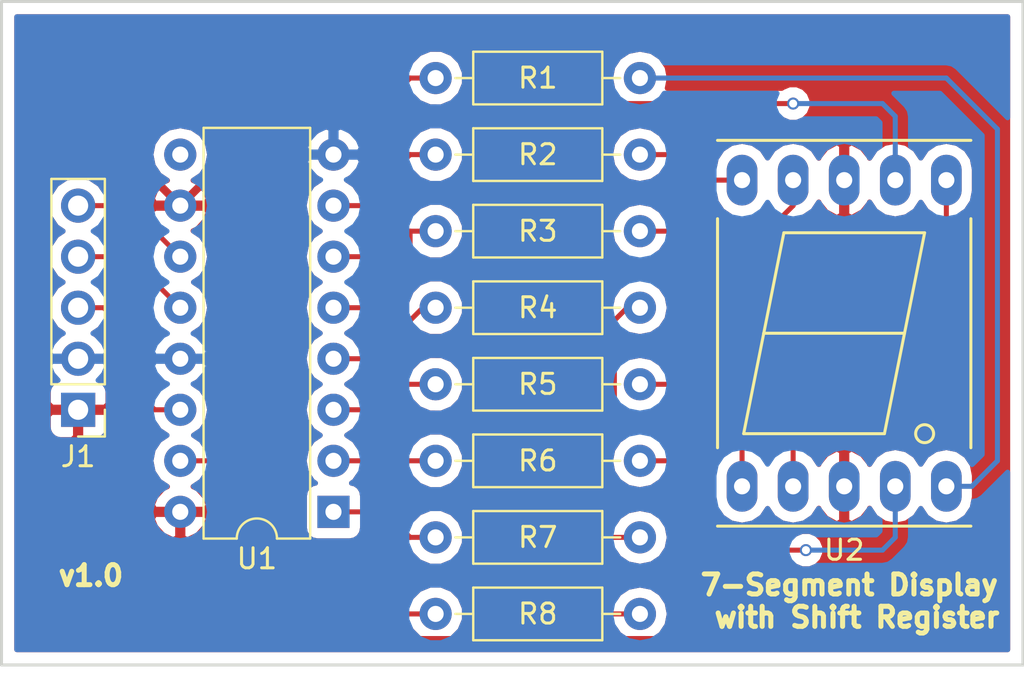
<source format=kicad_pcb>
(kicad_pcb (version 4) (host pcbnew 4.0.7-e2-6376~58~ubuntu16.04.1)

  (general
    (links 25)
    (no_connects 0)
    (area 117.399999 84.379999 168.350001 117.550001)
    (thickness 1.6)
    (drawings 7)
    (tracks 110)
    (zones 0)
    (modules 11)
    (nets 23)
  )

  (page A4)
  (title_block
    (title "Seven Segment Display Board")
    (date 2018-06-15)
    (rev 1.0)
    (company "Tech Explorations")
  )

  (layers
    (0 F.Cu signal)
    (31 B.Cu signal)
    (32 B.Adhes user)
    (33 F.Adhes user)
    (34 B.Paste user)
    (35 F.Paste user)
    (36 B.SilkS user)
    (37 F.SilkS user)
    (38 B.Mask user)
    (39 F.Mask user)
    (40 Dwgs.User user)
    (41 Cmts.User user)
    (42 Eco1.User user)
    (43 Eco2.User user)
    (44 Edge.Cuts user)
    (45 Margin user)
    (46 B.CrtYd user)
    (47 F.CrtYd user)
    (48 B.Fab user)
    (49 F.Fab user)
  )

  (setup
    (last_trace_width 0.25)
    (trace_clearance 0.2)
    (zone_clearance 0.508)
    (zone_45_only no)
    (trace_min 0.2)
    (segment_width 0.2)
    (edge_width 0.15)
    (via_size 0.6)
    (via_drill 0.4)
    (via_min_size 0.4)
    (via_min_drill 0.3)
    (uvia_size 0.3)
    (uvia_drill 0.1)
    (uvias_allowed no)
    (uvia_min_size 0.2)
    (uvia_min_drill 0.1)
    (pcb_text_width 0.3)
    (pcb_text_size 1.5 1.5)
    (mod_edge_width 0.15)
    (mod_text_size 1 1)
    (mod_text_width 0.15)
    (pad_size 1.7 1.7)
    (pad_drill 1)
    (pad_to_mask_clearance 0.2)
    (aux_axis_origin 0 0)
    (visible_elements FFFFFF7F)
    (pcbplotparams
      (layerselection 0x00030_80000001)
      (usegerberextensions false)
      (excludeedgelayer true)
      (linewidth 0.100000)
      (plotframeref false)
      (viasonmask false)
      (mode 1)
      (useauxorigin false)
      (hpglpennumber 1)
      (hpglpenspeed 20)
      (hpglpendiameter 15)
      (hpglpenoverlay 2)
      (psnegative false)
      (psa4output false)
      (plotreference true)
      (plotvalue true)
      (plotinvisibletext false)
      (padsonsilk false)
      (subtractmaskfromsilk false)
      (outputformat 1)
      (mirror false)
      (drillshape 1)
      (scaleselection 1)
      (outputdirectory ""))
  )

  (net 0 "")
  (net 1 VCC)
  (net 2 GND)
  (net 3 /LATCH)
  (net 4 /CLOCK)
  (net 5 /DATA)
  (net 6 /sg7)
  (net 7 "Net-(R1-Pad2)")
  (net 8 /sg6)
  (net 9 "Net-(R2-Pad2)")
  (net 10 /sg5)
  (net 11 "Net-(R3-Pad2)")
  (net 12 /sg4)
  (net 13 "Net-(R4-Pad2)")
  (net 14 /sg3)
  (net 15 "Net-(R5-Pad2)")
  (net 16 /sg2)
  (net 17 "Net-(R6-Pad2)")
  (net 18 /sg1)
  (net 19 "Net-(R7-Pad2)")
  (net 20 /sg0)
  (net 21 "Net-(R8-Pad2)")
  (net 22 "Net-(U1-Pad9)")

  (net_class Default "This is the default net class."
    (clearance 0.2)
    (trace_width 0.25)
    (via_dia 0.6)
    (via_drill 0.4)
    (uvia_dia 0.3)
    (uvia_drill 0.1)
    (add_net /CLOCK)
    (add_net /DATA)
    (add_net /LATCH)
    (add_net /sg0)
    (add_net /sg1)
    (add_net /sg2)
    (add_net /sg3)
    (add_net /sg4)
    (add_net /sg5)
    (add_net /sg6)
    (add_net /sg7)
    (add_net "Net-(R1-Pad2)")
    (add_net "Net-(R2-Pad2)")
    (add_net "Net-(R3-Pad2)")
    (add_net "Net-(R4-Pad2)")
    (add_net "Net-(R5-Pad2)")
    (add_net "Net-(R6-Pad2)")
    (add_net "Net-(R7-Pad2)")
    (add_net "Net-(R8-Pad2)")
    (add_net "Net-(U1-Pad9)")
  )

  (net_class Power ""
    (clearance 0.3)
    (trace_width 0.4)
    (via_dia 0.7)
    (via_drill 0.5)
    (uvia_dia 0.3)
    (uvia_drill 0.1)
    (add_net GND)
    (add_net VCC)
  )

  (module Pin_Headers:Pin_Header_Straight_1x05_Pitch2.54mm (layer F.Cu) (tedit 5B24AFD5) (tstamp 5B249E0C)
    (at 121.285 104.775 180)
    (descr "Through hole straight pin header, 1x05, 2.54mm pitch, single row")
    (tags "Through hole pin header THT 1x05 2.54mm single row")
    (path /5B247AF2)
    (fp_text reference J1 (at 0 -2.33 180) (layer F.SilkS)
      (effects (font (size 1 1) (thickness 0.15)))
    )
    (fp_text value Conn_01x05 (at 0 12.49 180) (layer F.Fab) hide
      (effects (font (size 1 1) (thickness 0.15)))
    )
    (fp_line (start -0.635 -1.27) (end 1.27 -1.27) (layer F.Fab) (width 0.1))
    (fp_line (start 1.27 -1.27) (end 1.27 11.43) (layer F.Fab) (width 0.1))
    (fp_line (start 1.27 11.43) (end -1.27 11.43) (layer F.Fab) (width 0.1))
    (fp_line (start -1.27 11.43) (end -1.27 -0.635) (layer F.Fab) (width 0.1))
    (fp_line (start -1.27 -0.635) (end -0.635 -1.27) (layer F.Fab) (width 0.1))
    (fp_line (start -1.33 11.49) (end 1.33 11.49) (layer F.SilkS) (width 0.12))
    (fp_line (start -1.33 1.27) (end -1.33 11.49) (layer F.SilkS) (width 0.12))
    (fp_line (start 1.33 1.27) (end 1.33 11.49) (layer F.SilkS) (width 0.12))
    (fp_line (start -1.33 1.27) (end 1.33 1.27) (layer F.SilkS) (width 0.12))
    (fp_line (start -1.33 0) (end -1.33 -1.33) (layer F.SilkS) (width 0.12))
    (fp_line (start -1.33 -1.33) (end 0 -1.33) (layer F.SilkS) (width 0.12))
    (fp_line (start -1.8 -1.8) (end -1.8 11.95) (layer F.CrtYd) (width 0.05))
    (fp_line (start -1.8 11.95) (end 1.8 11.95) (layer F.CrtYd) (width 0.05))
    (fp_line (start 1.8 11.95) (end 1.8 -1.8) (layer F.CrtYd) (width 0.05))
    (fp_line (start 1.8 -1.8) (end -1.8 -1.8) (layer F.CrtYd) (width 0.05))
    (fp_text user %R (at 0 5.08 270) (layer F.Fab)
      (effects (font (size 1 1) (thickness 0.15)))
    )
    (pad 1 thru_hole rect (at 0 0 180) (size 1.7 1.7) (drill 1) (layers *.Cu *.Mask)
      (net 1 VCC))
    (pad 2 thru_hole oval (at 0 2.54 180) (size 1.7 1.7) (drill 1) (layers *.Cu *.Mask)
      (net 2 GND))
    (pad 3 thru_hole oval (at 0 5.08 180) (size 1.7 1.7) (drill 1) (layers *.Cu *.Mask)
      (net 3 /LATCH))
    (pad 4 thru_hole oval (at 0 7.62 180) (size 1.7 1.7) (drill 1) (layers *.Cu *.Mask)
      (net 4 /CLOCK))
    (pad 5 thru_hole oval (at 0 10.16 180) (size 1.7 1.7) (drill 1) (layers *.Cu *.Mask)
      (net 5 /DATA))
    (model ${KISYS3DMOD}/Pin_Headers.3dshapes/Pin_Header_Straight_1x05_Pitch2.54mm.wrl
      (at (xyz 0 0 0))
      (scale (xyz 1 1 1))
      (rotate (xyz 0 0 0))
    )
  )

  (module Resistors_THT:R_Axial_DIN0207_L6.3mm_D2.5mm_P10.16mm_Horizontal (layer F.Cu) (tedit 5B24A063) (tstamp 5B249E22)
    (at 139.065 88.265)
    (descr "Resistor, Axial_DIN0207 series, Axial, Horizontal, pin pitch=10.16mm, 0.25W = 1/4W, length*diameter=6.3*2.5mm^2, http://cdn-reichelt.de/documents/datenblatt/B400/1_4W%23YAG.pdf")
    (tags "Resistor Axial_DIN0207 series Axial Horizontal pin pitch 10.16mm 0.25W = 1/4W length 6.3mm diameter 2.5mm")
    (path /5B247FAE)
    (fp_text reference R1 (at 5.08 0) (layer F.SilkS)
      (effects (font (size 1 1) (thickness 0.15)))
    )
    (fp_text value "220 Ohm" (at 5.08 2.31) (layer F.Fab)
      (effects (font (size 1 1) (thickness 0.15)))
    )
    (fp_line (start 1.93 -1.25) (end 1.93 1.25) (layer F.Fab) (width 0.1))
    (fp_line (start 1.93 1.25) (end 8.23 1.25) (layer F.Fab) (width 0.1))
    (fp_line (start 8.23 1.25) (end 8.23 -1.25) (layer F.Fab) (width 0.1))
    (fp_line (start 8.23 -1.25) (end 1.93 -1.25) (layer F.Fab) (width 0.1))
    (fp_line (start 0 0) (end 1.93 0) (layer F.Fab) (width 0.1))
    (fp_line (start 10.16 0) (end 8.23 0) (layer F.Fab) (width 0.1))
    (fp_line (start 1.87 -1.31) (end 1.87 1.31) (layer F.SilkS) (width 0.12))
    (fp_line (start 1.87 1.31) (end 8.29 1.31) (layer F.SilkS) (width 0.12))
    (fp_line (start 8.29 1.31) (end 8.29 -1.31) (layer F.SilkS) (width 0.12))
    (fp_line (start 8.29 -1.31) (end 1.87 -1.31) (layer F.SilkS) (width 0.12))
    (fp_line (start 0.98 0) (end 1.87 0) (layer F.SilkS) (width 0.12))
    (fp_line (start 9.18 0) (end 8.29 0) (layer F.SilkS) (width 0.12))
    (fp_line (start -1.05 -1.6) (end -1.05 1.6) (layer F.CrtYd) (width 0.05))
    (fp_line (start -1.05 1.6) (end 11.25 1.6) (layer F.CrtYd) (width 0.05))
    (fp_line (start 11.25 1.6) (end 11.25 -1.6) (layer F.CrtYd) (width 0.05))
    (fp_line (start 11.25 -1.6) (end -1.05 -1.6) (layer F.CrtYd) (width 0.05))
    (pad 1 thru_hole circle (at 0 0) (size 1.6 1.6) (drill 0.8) (layers *.Cu *.Mask)
      (net 6 /sg7))
    (pad 2 thru_hole oval (at 10.16 0) (size 1.6 1.6) (drill 0.8) (layers *.Cu *.Mask)
      (net 7 "Net-(R1-Pad2)"))
    (model ${KISYS3DMOD}/Resistors_THT.3dshapes/R_Axial_DIN0207_L6.3mm_D2.5mm_P10.16mm_Horizontal.wrl
      (at (xyz 0 0 0))
      (scale (xyz 0.393701 0.393701 0.393701))
      (rotate (xyz 0 0 0))
    )
  )

  (module Resistors_THT:R_Axial_DIN0207_L6.3mm_D2.5mm_P10.16mm_Horizontal (layer F.Cu) (tedit 5B24A061) (tstamp 5B249E38)
    (at 139.065 92.075)
    (descr "Resistor, Axial_DIN0207 series, Axial, Horizontal, pin pitch=10.16mm, 0.25W = 1/4W, length*diameter=6.3*2.5mm^2, http://cdn-reichelt.de/documents/datenblatt/B400/1_4W%23YAG.pdf")
    (tags "Resistor Axial_DIN0207 series Axial Horizontal pin pitch 10.16mm 0.25W = 1/4W length 6.3mm diameter 2.5mm")
    (path /5B248178)
    (fp_text reference R2 (at 5.08 0) (layer F.SilkS)
      (effects (font (size 1 1) (thickness 0.15)))
    )
    (fp_text value "220 Ohm" (at 5.08 2.31) (layer F.Fab)
      (effects (font (size 1 1) (thickness 0.15)))
    )
    (fp_line (start 1.93 -1.25) (end 1.93 1.25) (layer F.Fab) (width 0.1))
    (fp_line (start 1.93 1.25) (end 8.23 1.25) (layer F.Fab) (width 0.1))
    (fp_line (start 8.23 1.25) (end 8.23 -1.25) (layer F.Fab) (width 0.1))
    (fp_line (start 8.23 -1.25) (end 1.93 -1.25) (layer F.Fab) (width 0.1))
    (fp_line (start 0 0) (end 1.93 0) (layer F.Fab) (width 0.1))
    (fp_line (start 10.16 0) (end 8.23 0) (layer F.Fab) (width 0.1))
    (fp_line (start 1.87 -1.31) (end 1.87 1.31) (layer F.SilkS) (width 0.12))
    (fp_line (start 1.87 1.31) (end 8.29 1.31) (layer F.SilkS) (width 0.12))
    (fp_line (start 8.29 1.31) (end 8.29 -1.31) (layer F.SilkS) (width 0.12))
    (fp_line (start 8.29 -1.31) (end 1.87 -1.31) (layer F.SilkS) (width 0.12))
    (fp_line (start 0.98 0) (end 1.87 0) (layer F.SilkS) (width 0.12))
    (fp_line (start 9.18 0) (end 8.29 0) (layer F.SilkS) (width 0.12))
    (fp_line (start -1.05 -1.6) (end -1.05 1.6) (layer F.CrtYd) (width 0.05))
    (fp_line (start -1.05 1.6) (end 11.25 1.6) (layer F.CrtYd) (width 0.05))
    (fp_line (start 11.25 1.6) (end 11.25 -1.6) (layer F.CrtYd) (width 0.05))
    (fp_line (start 11.25 -1.6) (end -1.05 -1.6) (layer F.CrtYd) (width 0.05))
    (pad 1 thru_hole circle (at 0 0) (size 1.6 1.6) (drill 0.8) (layers *.Cu *.Mask)
      (net 8 /sg6))
    (pad 2 thru_hole oval (at 10.16 0) (size 1.6 1.6) (drill 0.8) (layers *.Cu *.Mask)
      (net 9 "Net-(R2-Pad2)"))
    (model ${KISYS3DMOD}/Resistors_THT.3dshapes/R_Axial_DIN0207_L6.3mm_D2.5mm_P10.16mm_Horizontal.wrl
      (at (xyz 0 0 0))
      (scale (xyz 0.393701 0.393701 0.393701))
      (rotate (xyz 0 0 0))
    )
  )

  (module Resistors_THT:R_Axial_DIN0207_L6.3mm_D2.5mm_P10.16mm_Horizontal (layer F.Cu) (tedit 5B24A05B) (tstamp 5B249E4E)
    (at 139.065 95.885)
    (descr "Resistor, Axial_DIN0207 series, Axial, Horizontal, pin pitch=10.16mm, 0.25W = 1/4W, length*diameter=6.3*2.5mm^2, http://cdn-reichelt.de/documents/datenblatt/B400/1_4W%23YAG.pdf")
    (tags "Resistor Axial_DIN0207 series Axial Horizontal pin pitch 10.16mm 0.25W = 1/4W length 6.3mm diameter 2.5mm")
    (path /5B2481A7)
    (fp_text reference R3 (at 5.08 0) (layer F.SilkS)
      (effects (font (size 1 1) (thickness 0.15)))
    )
    (fp_text value "220 Ohm" (at 5.08 2.31) (layer F.Fab)
      (effects (font (size 1 1) (thickness 0.15)))
    )
    (fp_line (start 1.93 -1.25) (end 1.93 1.25) (layer F.Fab) (width 0.1))
    (fp_line (start 1.93 1.25) (end 8.23 1.25) (layer F.Fab) (width 0.1))
    (fp_line (start 8.23 1.25) (end 8.23 -1.25) (layer F.Fab) (width 0.1))
    (fp_line (start 8.23 -1.25) (end 1.93 -1.25) (layer F.Fab) (width 0.1))
    (fp_line (start 0 0) (end 1.93 0) (layer F.Fab) (width 0.1))
    (fp_line (start 10.16 0) (end 8.23 0) (layer F.Fab) (width 0.1))
    (fp_line (start 1.87 -1.31) (end 1.87 1.31) (layer F.SilkS) (width 0.12))
    (fp_line (start 1.87 1.31) (end 8.29 1.31) (layer F.SilkS) (width 0.12))
    (fp_line (start 8.29 1.31) (end 8.29 -1.31) (layer F.SilkS) (width 0.12))
    (fp_line (start 8.29 -1.31) (end 1.87 -1.31) (layer F.SilkS) (width 0.12))
    (fp_line (start 0.98 0) (end 1.87 0) (layer F.SilkS) (width 0.12))
    (fp_line (start 9.18 0) (end 8.29 0) (layer F.SilkS) (width 0.12))
    (fp_line (start -1.05 -1.6) (end -1.05 1.6) (layer F.CrtYd) (width 0.05))
    (fp_line (start -1.05 1.6) (end 11.25 1.6) (layer F.CrtYd) (width 0.05))
    (fp_line (start 11.25 1.6) (end 11.25 -1.6) (layer F.CrtYd) (width 0.05))
    (fp_line (start 11.25 -1.6) (end -1.05 -1.6) (layer F.CrtYd) (width 0.05))
    (pad 1 thru_hole circle (at 0 0) (size 1.6 1.6) (drill 0.8) (layers *.Cu *.Mask)
      (net 10 /sg5))
    (pad 2 thru_hole oval (at 10.16 0) (size 1.6 1.6) (drill 0.8) (layers *.Cu *.Mask)
      (net 11 "Net-(R3-Pad2)"))
    (model ${KISYS3DMOD}/Resistors_THT.3dshapes/R_Axial_DIN0207_L6.3mm_D2.5mm_P10.16mm_Horizontal.wrl
      (at (xyz 0 0 0))
      (scale (xyz 0.393701 0.393701 0.393701))
      (rotate (xyz 0 0 0))
    )
  )

  (module Resistors_THT:R_Axial_DIN0207_L6.3mm_D2.5mm_P10.16mm_Horizontal (layer F.Cu) (tedit 5B24A056) (tstamp 5B249E64)
    (at 139.065 99.695)
    (descr "Resistor, Axial_DIN0207 series, Axial, Horizontal, pin pitch=10.16mm, 0.25W = 1/4W, length*diameter=6.3*2.5mm^2, http://cdn-reichelt.de/documents/datenblatt/B400/1_4W%23YAG.pdf")
    (tags "Resistor Axial_DIN0207 series Axial Horizontal pin pitch 10.16mm 0.25W = 1/4W length 6.3mm diameter 2.5mm")
    (path /5B2481E1)
    (fp_text reference R4 (at 5.08 0) (layer F.SilkS)
      (effects (font (size 1 1) (thickness 0.15)))
    )
    (fp_text value "220 Ohm" (at 5.08 2.31) (layer F.Fab)
      (effects (font (size 1 1) (thickness 0.15)))
    )
    (fp_line (start 1.93 -1.25) (end 1.93 1.25) (layer F.Fab) (width 0.1))
    (fp_line (start 1.93 1.25) (end 8.23 1.25) (layer F.Fab) (width 0.1))
    (fp_line (start 8.23 1.25) (end 8.23 -1.25) (layer F.Fab) (width 0.1))
    (fp_line (start 8.23 -1.25) (end 1.93 -1.25) (layer F.Fab) (width 0.1))
    (fp_line (start 0 0) (end 1.93 0) (layer F.Fab) (width 0.1))
    (fp_line (start 10.16 0) (end 8.23 0) (layer F.Fab) (width 0.1))
    (fp_line (start 1.87 -1.31) (end 1.87 1.31) (layer F.SilkS) (width 0.12))
    (fp_line (start 1.87 1.31) (end 8.29 1.31) (layer F.SilkS) (width 0.12))
    (fp_line (start 8.29 1.31) (end 8.29 -1.31) (layer F.SilkS) (width 0.12))
    (fp_line (start 8.29 -1.31) (end 1.87 -1.31) (layer F.SilkS) (width 0.12))
    (fp_line (start 0.98 0) (end 1.87 0) (layer F.SilkS) (width 0.12))
    (fp_line (start 9.18 0) (end 8.29 0) (layer F.SilkS) (width 0.12))
    (fp_line (start -1.05 -1.6) (end -1.05 1.6) (layer F.CrtYd) (width 0.05))
    (fp_line (start -1.05 1.6) (end 11.25 1.6) (layer F.CrtYd) (width 0.05))
    (fp_line (start 11.25 1.6) (end 11.25 -1.6) (layer F.CrtYd) (width 0.05))
    (fp_line (start 11.25 -1.6) (end -1.05 -1.6) (layer F.CrtYd) (width 0.05))
    (pad 1 thru_hole circle (at 0 0) (size 1.6 1.6) (drill 0.8) (layers *.Cu *.Mask)
      (net 12 /sg4))
    (pad 2 thru_hole oval (at 10.16 0) (size 1.6 1.6) (drill 0.8) (layers *.Cu *.Mask)
      (net 13 "Net-(R4-Pad2)"))
    (model ${KISYS3DMOD}/Resistors_THT.3dshapes/R_Axial_DIN0207_L6.3mm_D2.5mm_P10.16mm_Horizontal.wrl
      (at (xyz 0 0 0))
      (scale (xyz 0.393701 0.393701 0.393701))
      (rotate (xyz 0 0 0))
    )
  )

  (module Resistors_THT:R_Axial_DIN0207_L6.3mm_D2.5mm_P10.16mm_Horizontal (layer F.Cu) (tedit 5B24A052) (tstamp 5B249E7A)
    (at 139.065 103.505)
    (descr "Resistor, Axial_DIN0207 series, Axial, Horizontal, pin pitch=10.16mm, 0.25W = 1/4W, length*diameter=6.3*2.5mm^2, http://cdn-reichelt.de/documents/datenblatt/B400/1_4W%23YAG.pdf")
    (tags "Resistor Axial_DIN0207 series Axial Horizontal pin pitch 10.16mm 0.25W = 1/4W length 6.3mm diameter 2.5mm")
    (path /5B248216)
    (fp_text reference R5 (at 5.08 0) (layer F.SilkS)
      (effects (font (size 1 1) (thickness 0.15)))
    )
    (fp_text value "220 Ohm" (at 5.08 2.31) (layer F.Fab)
      (effects (font (size 1 1) (thickness 0.15)))
    )
    (fp_line (start 1.93 -1.25) (end 1.93 1.25) (layer F.Fab) (width 0.1))
    (fp_line (start 1.93 1.25) (end 8.23 1.25) (layer F.Fab) (width 0.1))
    (fp_line (start 8.23 1.25) (end 8.23 -1.25) (layer F.Fab) (width 0.1))
    (fp_line (start 8.23 -1.25) (end 1.93 -1.25) (layer F.Fab) (width 0.1))
    (fp_line (start 0 0) (end 1.93 0) (layer F.Fab) (width 0.1))
    (fp_line (start 10.16 0) (end 8.23 0) (layer F.Fab) (width 0.1))
    (fp_line (start 1.87 -1.31) (end 1.87 1.31) (layer F.SilkS) (width 0.12))
    (fp_line (start 1.87 1.31) (end 8.29 1.31) (layer F.SilkS) (width 0.12))
    (fp_line (start 8.29 1.31) (end 8.29 -1.31) (layer F.SilkS) (width 0.12))
    (fp_line (start 8.29 -1.31) (end 1.87 -1.31) (layer F.SilkS) (width 0.12))
    (fp_line (start 0.98 0) (end 1.87 0) (layer F.SilkS) (width 0.12))
    (fp_line (start 9.18 0) (end 8.29 0) (layer F.SilkS) (width 0.12))
    (fp_line (start -1.05 -1.6) (end -1.05 1.6) (layer F.CrtYd) (width 0.05))
    (fp_line (start -1.05 1.6) (end 11.25 1.6) (layer F.CrtYd) (width 0.05))
    (fp_line (start 11.25 1.6) (end 11.25 -1.6) (layer F.CrtYd) (width 0.05))
    (fp_line (start 11.25 -1.6) (end -1.05 -1.6) (layer F.CrtYd) (width 0.05))
    (pad 1 thru_hole circle (at 0 0) (size 1.6 1.6) (drill 0.8) (layers *.Cu *.Mask)
      (net 14 /sg3))
    (pad 2 thru_hole oval (at 10.16 0) (size 1.6 1.6) (drill 0.8) (layers *.Cu *.Mask)
      (net 15 "Net-(R5-Pad2)"))
    (model ${KISYS3DMOD}/Resistors_THT.3dshapes/R_Axial_DIN0207_L6.3mm_D2.5mm_P10.16mm_Horizontal.wrl
      (at (xyz 0 0 0))
      (scale (xyz 0.393701 0.393701 0.393701))
      (rotate (xyz 0 0 0))
    )
  )

  (module Resistors_THT:R_Axial_DIN0207_L6.3mm_D2.5mm_P10.16mm_Horizontal (layer F.Cu) (tedit 5B24A04D) (tstamp 5B249E90)
    (at 139.065 107.315)
    (descr "Resistor, Axial_DIN0207 series, Axial, Horizontal, pin pitch=10.16mm, 0.25W = 1/4W, length*diameter=6.3*2.5mm^2, http://cdn-reichelt.de/documents/datenblatt/B400/1_4W%23YAG.pdf")
    (tags "Resistor Axial_DIN0207 series Axial Horizontal pin pitch 10.16mm 0.25W = 1/4W length 6.3mm diameter 2.5mm")
    (path /5B248256)
    (fp_text reference R6 (at 5.08 0) (layer F.SilkS)
      (effects (font (size 1 1) (thickness 0.15)))
    )
    (fp_text value "220 Ohm" (at 5.08 2.31) (layer F.Fab)
      (effects (font (size 1 1) (thickness 0.15)))
    )
    (fp_line (start 1.93 -1.25) (end 1.93 1.25) (layer F.Fab) (width 0.1))
    (fp_line (start 1.93 1.25) (end 8.23 1.25) (layer F.Fab) (width 0.1))
    (fp_line (start 8.23 1.25) (end 8.23 -1.25) (layer F.Fab) (width 0.1))
    (fp_line (start 8.23 -1.25) (end 1.93 -1.25) (layer F.Fab) (width 0.1))
    (fp_line (start 0 0) (end 1.93 0) (layer F.Fab) (width 0.1))
    (fp_line (start 10.16 0) (end 8.23 0) (layer F.Fab) (width 0.1))
    (fp_line (start 1.87 -1.31) (end 1.87 1.31) (layer F.SilkS) (width 0.12))
    (fp_line (start 1.87 1.31) (end 8.29 1.31) (layer F.SilkS) (width 0.12))
    (fp_line (start 8.29 1.31) (end 8.29 -1.31) (layer F.SilkS) (width 0.12))
    (fp_line (start 8.29 -1.31) (end 1.87 -1.31) (layer F.SilkS) (width 0.12))
    (fp_line (start 0.98 0) (end 1.87 0) (layer F.SilkS) (width 0.12))
    (fp_line (start 9.18 0) (end 8.29 0) (layer F.SilkS) (width 0.12))
    (fp_line (start -1.05 -1.6) (end -1.05 1.6) (layer F.CrtYd) (width 0.05))
    (fp_line (start -1.05 1.6) (end 11.25 1.6) (layer F.CrtYd) (width 0.05))
    (fp_line (start 11.25 1.6) (end 11.25 -1.6) (layer F.CrtYd) (width 0.05))
    (fp_line (start 11.25 -1.6) (end -1.05 -1.6) (layer F.CrtYd) (width 0.05))
    (pad 1 thru_hole circle (at 0 0) (size 1.6 1.6) (drill 0.8) (layers *.Cu *.Mask)
      (net 16 /sg2))
    (pad 2 thru_hole oval (at 10.16 0) (size 1.6 1.6) (drill 0.8) (layers *.Cu *.Mask)
      (net 17 "Net-(R6-Pad2)"))
    (model ${KISYS3DMOD}/Resistors_THT.3dshapes/R_Axial_DIN0207_L6.3mm_D2.5mm_P10.16mm_Horizontal.wrl
      (at (xyz 0 0 0))
      (scale (xyz 0.393701 0.393701 0.393701))
      (rotate (xyz 0 0 0))
    )
  )

  (module Resistors_THT:R_Axial_DIN0207_L6.3mm_D2.5mm_P10.16mm_Horizontal (layer F.Cu) (tedit 5B24A046) (tstamp 5B249EA6)
    (at 139.065 111.125)
    (descr "Resistor, Axial_DIN0207 series, Axial, Horizontal, pin pitch=10.16mm, 0.25W = 1/4W, length*diameter=6.3*2.5mm^2, http://cdn-reichelt.de/documents/datenblatt/B400/1_4W%23YAG.pdf")
    (tags "Resistor Axial_DIN0207 series Axial Horizontal pin pitch 10.16mm 0.25W = 1/4W length 6.3mm diameter 2.5mm")
    (path /5B248292)
    (fp_text reference R7 (at 5.08 0) (layer F.SilkS)
      (effects (font (size 1 1) (thickness 0.15)))
    )
    (fp_text value "220 Ohm" (at 5.08 2.31) (layer F.Fab)
      (effects (font (size 1 1) (thickness 0.15)))
    )
    (fp_line (start 1.93 -1.25) (end 1.93 1.25) (layer F.Fab) (width 0.1))
    (fp_line (start 1.93 1.25) (end 8.23 1.25) (layer F.Fab) (width 0.1))
    (fp_line (start 8.23 1.25) (end 8.23 -1.25) (layer F.Fab) (width 0.1))
    (fp_line (start 8.23 -1.25) (end 1.93 -1.25) (layer F.Fab) (width 0.1))
    (fp_line (start 0 0) (end 1.93 0) (layer F.Fab) (width 0.1))
    (fp_line (start 10.16 0) (end 8.23 0) (layer F.Fab) (width 0.1))
    (fp_line (start 1.87 -1.31) (end 1.87 1.31) (layer F.SilkS) (width 0.12))
    (fp_line (start 1.87 1.31) (end 8.29 1.31) (layer F.SilkS) (width 0.12))
    (fp_line (start 8.29 1.31) (end 8.29 -1.31) (layer F.SilkS) (width 0.12))
    (fp_line (start 8.29 -1.31) (end 1.87 -1.31) (layer F.SilkS) (width 0.12))
    (fp_line (start 0.98 0) (end 1.87 0) (layer F.SilkS) (width 0.12))
    (fp_line (start 9.18 0) (end 8.29 0) (layer F.SilkS) (width 0.12))
    (fp_line (start -1.05 -1.6) (end -1.05 1.6) (layer F.CrtYd) (width 0.05))
    (fp_line (start -1.05 1.6) (end 11.25 1.6) (layer F.CrtYd) (width 0.05))
    (fp_line (start 11.25 1.6) (end 11.25 -1.6) (layer F.CrtYd) (width 0.05))
    (fp_line (start 11.25 -1.6) (end -1.05 -1.6) (layer F.CrtYd) (width 0.05))
    (pad 1 thru_hole circle (at 0 0) (size 1.6 1.6) (drill 0.8) (layers *.Cu *.Mask)
      (net 18 /sg1))
    (pad 2 thru_hole oval (at 10.16 0) (size 1.6 1.6) (drill 0.8) (layers *.Cu *.Mask)
      (net 19 "Net-(R7-Pad2)"))
    (model ${KISYS3DMOD}/Resistors_THT.3dshapes/R_Axial_DIN0207_L6.3mm_D2.5mm_P10.16mm_Horizontal.wrl
      (at (xyz 0 0 0))
      (scale (xyz 0.393701 0.393701 0.393701))
      (rotate (xyz 0 0 0))
    )
  )

  (module Resistors_THT:R_Axial_DIN0207_L6.3mm_D2.5mm_P10.16mm_Horizontal (layer F.Cu) (tedit 5B24A040) (tstamp 5B249EBC)
    (at 139.065 114.935)
    (descr "Resistor, Axial_DIN0207 series, Axial, Horizontal, pin pitch=10.16mm, 0.25W = 1/4W, length*diameter=6.3*2.5mm^2, http://cdn-reichelt.de/documents/datenblatt/B400/1_4W%23YAG.pdf")
    (tags "Resistor Axial_DIN0207 series Axial Horizontal pin pitch 10.16mm 0.25W = 1/4W length 6.3mm diameter 2.5mm")
    (path /5B2482D4)
    (fp_text reference R8 (at 5.08 0) (layer F.SilkS)
      (effects (font (size 1 1) (thickness 0.15)))
    )
    (fp_text value "220 Ohm" (at 5.08 2.31) (layer F.Fab)
      (effects (font (size 1 1) (thickness 0.15)))
    )
    (fp_line (start 1.93 -1.25) (end 1.93 1.25) (layer F.Fab) (width 0.1))
    (fp_line (start 1.93 1.25) (end 8.23 1.25) (layer F.Fab) (width 0.1))
    (fp_line (start 8.23 1.25) (end 8.23 -1.25) (layer F.Fab) (width 0.1))
    (fp_line (start 8.23 -1.25) (end 1.93 -1.25) (layer F.Fab) (width 0.1))
    (fp_line (start 0 0) (end 1.93 0) (layer F.Fab) (width 0.1))
    (fp_line (start 10.16 0) (end 8.23 0) (layer F.Fab) (width 0.1))
    (fp_line (start 1.87 -1.31) (end 1.87 1.31) (layer F.SilkS) (width 0.12))
    (fp_line (start 1.87 1.31) (end 8.29 1.31) (layer F.SilkS) (width 0.12))
    (fp_line (start 8.29 1.31) (end 8.29 -1.31) (layer F.SilkS) (width 0.12))
    (fp_line (start 8.29 -1.31) (end 1.87 -1.31) (layer F.SilkS) (width 0.12))
    (fp_line (start 0.98 0) (end 1.87 0) (layer F.SilkS) (width 0.12))
    (fp_line (start 9.18 0) (end 8.29 0) (layer F.SilkS) (width 0.12))
    (fp_line (start -1.05 -1.6) (end -1.05 1.6) (layer F.CrtYd) (width 0.05))
    (fp_line (start -1.05 1.6) (end 11.25 1.6) (layer F.CrtYd) (width 0.05))
    (fp_line (start 11.25 1.6) (end 11.25 -1.6) (layer F.CrtYd) (width 0.05))
    (fp_line (start 11.25 -1.6) (end -1.05 -1.6) (layer F.CrtYd) (width 0.05))
    (pad 1 thru_hole circle (at 0 0) (size 1.6 1.6) (drill 0.8) (layers *.Cu *.Mask)
      (net 20 /sg0))
    (pad 2 thru_hole oval (at 10.16 0) (size 1.6 1.6) (drill 0.8) (layers *.Cu *.Mask)
      (net 21 "Net-(R8-Pad2)"))
    (model ${KISYS3DMOD}/Resistors_THT.3dshapes/R_Axial_DIN0207_L6.3mm_D2.5mm_P10.16mm_Horizontal.wrl
      (at (xyz 0 0 0))
      (scale (xyz 0.393701 0.393701 0.393701))
      (rotate (xyz 0 0 0))
    )
  )

  (module Housings_DIP:DIP-16_W7.62mm (layer F.Cu) (tedit 5B24A07C) (tstamp 5B249EE0)
    (at 133.985 109.855 180)
    (descr "16-lead though-hole mounted DIP package, row spacing 7.62 mm (300 mils)")
    (tags "THT DIP DIL PDIP 2.54mm 7.62mm 300mil")
    (path /5B247D53)
    (fp_text reference U1 (at 3.81 -2.33 180) (layer F.SilkS)
      (effects (font (size 1 1) (thickness 0.15)))
    )
    (fp_text value 74HC595 (at 3.81 20.11 180) (layer F.Fab)
      (effects (font (size 1 1) (thickness 0.15)))
    )
    (fp_arc (start 3.81 -1.33) (end 2.81 -1.33) (angle -180) (layer F.SilkS) (width 0.12))
    (fp_line (start 1.635 -1.27) (end 6.985 -1.27) (layer F.Fab) (width 0.1))
    (fp_line (start 6.985 -1.27) (end 6.985 19.05) (layer F.Fab) (width 0.1))
    (fp_line (start 6.985 19.05) (end 0.635 19.05) (layer F.Fab) (width 0.1))
    (fp_line (start 0.635 19.05) (end 0.635 -0.27) (layer F.Fab) (width 0.1))
    (fp_line (start 0.635 -0.27) (end 1.635 -1.27) (layer F.Fab) (width 0.1))
    (fp_line (start 2.81 -1.33) (end 1.16 -1.33) (layer F.SilkS) (width 0.12))
    (fp_line (start 1.16 -1.33) (end 1.16 19.11) (layer F.SilkS) (width 0.12))
    (fp_line (start 1.16 19.11) (end 6.46 19.11) (layer F.SilkS) (width 0.12))
    (fp_line (start 6.46 19.11) (end 6.46 -1.33) (layer F.SilkS) (width 0.12))
    (fp_line (start 6.46 -1.33) (end 4.81 -1.33) (layer F.SilkS) (width 0.12))
    (fp_line (start -1.1 -1.55) (end -1.1 19.3) (layer F.CrtYd) (width 0.05))
    (fp_line (start -1.1 19.3) (end 8.7 19.3) (layer F.CrtYd) (width 0.05))
    (fp_line (start 8.7 19.3) (end 8.7 -1.55) (layer F.CrtYd) (width 0.05))
    (fp_line (start 8.7 -1.55) (end -1.1 -1.55) (layer F.CrtYd) (width 0.05))
    (fp_text user %R (at 3.81 8.89 180) (layer F.Fab)
      (effects (font (size 1 1) (thickness 0.15)))
    )
    (pad 1 thru_hole rect (at 0 0 180) (size 1.6 1.6) (drill 0.8) (layers *.Cu *.Mask)
      (net 18 /sg1))
    (pad 9 thru_hole oval (at 7.62 17.78 180) (size 1.6 1.6) (drill 0.8) (layers *.Cu *.Mask)
      (net 22 "Net-(U1-Pad9)"))
    (pad 2 thru_hole oval (at 0 2.54 180) (size 1.6 1.6) (drill 0.8) (layers *.Cu *.Mask)
      (net 16 /sg2))
    (pad 10 thru_hole oval (at 7.62 15.24 180) (size 1.6 1.6) (drill 0.8) (layers *.Cu *.Mask)
      (net 1 VCC))
    (pad 3 thru_hole oval (at 0 5.08 180) (size 1.6 1.6) (drill 0.8) (layers *.Cu *.Mask)
      (net 14 /sg3))
    (pad 11 thru_hole oval (at 7.62 12.7 180) (size 1.6 1.6) (drill 0.8) (layers *.Cu *.Mask)
      (net 5 /DATA))
    (pad 4 thru_hole oval (at 0 7.62 180) (size 1.6 1.6) (drill 0.8) (layers *.Cu *.Mask)
      (net 12 /sg4))
    (pad 12 thru_hole oval (at 7.62 10.16 180) (size 1.6 1.6) (drill 0.8) (layers *.Cu *.Mask)
      (net 4 /CLOCK))
    (pad 5 thru_hole oval (at 0 10.16 180) (size 1.6 1.6) (drill 0.8) (layers *.Cu *.Mask)
      (net 10 /sg5))
    (pad 13 thru_hole oval (at 7.62 7.62 180) (size 1.6 1.6) (drill 0.8) (layers *.Cu *.Mask)
      (net 2 GND))
    (pad 6 thru_hole oval (at 0 12.7 180) (size 1.6 1.6) (drill 0.8) (layers *.Cu *.Mask)
      (net 8 /sg6))
    (pad 14 thru_hole oval (at 7.62 5.08 180) (size 1.6 1.6) (drill 0.8) (layers *.Cu *.Mask)
      (net 3 /LATCH))
    (pad 7 thru_hole oval (at 0 15.24 180) (size 1.6 1.6) (drill 0.8) (layers *.Cu *.Mask)
      (net 6 /sg7))
    (pad 15 thru_hole oval (at 7.62 2.54 180) (size 1.6 1.6) (drill 0.8) (layers *.Cu *.Mask)
      (net 20 /sg0))
    (pad 8 thru_hole oval (at 0 17.78 180) (size 1.6 1.6) (drill 0.8) (layers *.Cu *.Mask)
      (net 2 GND))
    (pad 16 thru_hole oval (at 7.62 0 180) (size 1.6 1.6) (drill 0.8) (layers *.Cu *.Mask)
      (net 1 VCC))
    (model ${KISYS3DMOD}/Housings_DIP.3dshapes/DIP-16_W7.62mm.wrl
      (at (xyz 0 0 0))
      (scale (xyz 1 1 1))
      (rotate (xyz 0 0 0))
    )
  )

  (module Displays_7-Segment:7SegmentLED_LTS6760_LTS6780 (layer F.Cu) (tedit 5B24B202) (tstamp 5B249EFA)
    (at 159.385 100.965)
    (path /5B2497F6)
    (fp_text reference U2 (at 0 10.795) (layer F.SilkS)
      (effects (font (size 1 1) (thickness 0.15)))
    )
    (fp_text value 7SEGMENT_CA (at -0.4 12) (layer F.Fab) hide
      (effects (font (size 1 1) (thickness 0.15)))
    )
    (fp_circle (center 4 5) (end 4.4 5.2) (layer F.SilkS) (width 0.15))
    (fp_line (start -3 -5) (end -4 0) (layer F.SilkS) (width 0.15))
    (fp_line (start -4 0) (end -5 5) (layer F.SilkS) (width 0.15))
    (fp_line (start -5 5) (end 2 5) (layer F.SilkS) (width 0.15))
    (fp_line (start 2 5) (end 3 0) (layer F.SilkS) (width 0.15))
    (fp_line (start 4 -5) (end 3 0) (layer F.SilkS) (width 0.15))
    (fp_line (start 3 0) (end -4 0) (layer F.SilkS) (width 0.15))
    (fp_line (start -3 -5) (end 4 -5) (layer F.SilkS) (width 0.15))
    (fp_line (start 6.3 9.6) (end -6.3 9.6) (layer F.SilkS) (width 0.15))
    (fp_line (start -6.3 -5.7) (end -6.3 5.7) (layer F.SilkS) (width 0.15))
    (fp_line (start 6.3 -5.7) (end 6.3 5.7) (layer F.SilkS) (width 0.15))
    (fp_line (start -6.3 -9.6) (end 6.3 -9.6) (layer F.SilkS) (width 0.15))
    (pad 1 thru_hole oval (at -5.08 7.62) (size 1.524 2.524) (drill 0.8) (layers *.Cu *.Mask)
      (net 13 "Net-(R4-Pad2)"))
    (pad 2 thru_hole oval (at -2.54 7.62) (size 1.524 2.524) (drill 0.8) (layers *.Cu *.Mask)
      (net 15 "Net-(R5-Pad2)"))
    (pad 3 thru_hole oval (at 0 7.62) (size 1.524 2.524) (drill 0.8) (layers *.Cu *.Mask)
      (net 1 VCC))
    (pad 4 thru_hole oval (at 2.54 7.62) (size 1.524 2.524) (drill 0.8) (layers *.Cu *.Mask)
      (net 17 "Net-(R6-Pad2)"))
    (pad 5 thru_hole oval (at 5.08 7.62) (size 1.524 2.524) (drill 0.8) (layers *.Cu *.Mask)
      (net 7 "Net-(R1-Pad2)"))
    (pad 6 thru_hole oval (at 5.08 -7.62) (size 1.524 2.524) (drill 0.8) (layers *.Cu *.Mask)
      (net 19 "Net-(R7-Pad2)"))
    (pad 7 thru_hole oval (at 2.54 -7.62) (size 1.524 2.524) (drill 0.8) (layers *.Cu *.Mask)
      (net 21 "Net-(R8-Pad2)"))
    (pad 8 thru_hole oval (at 0 -7.62) (size 1.524 2.524) (drill 0.8) (layers *.Cu *.Mask)
      (net 1 VCC))
    (pad 9 thru_hole oval (at -2.54 -7.62) (size 1.524 2.524) (drill 0.8) (layers *.Cu *.Mask)
      (net 11 "Net-(R3-Pad2)"))
    (pad 10 thru_hole oval (at -5.08 -7.62) (size 1.524 2.524) (drill 0.8) (layers *.Cu *.Mask)
      (net 9 "Net-(R2-Pad2)"))
    (model Displays_7-Segment.3dshapes/7SegmentLED_LTS6760_LTS6780.wrl
      (at (xyz 0 0 0))
      (scale (xyz 0.3937 0.3937 0.3937))
      (rotate (xyz 0 0 0))
    )
  )

  (gr_text "7-Segment Display \nwith Shift Register" (at 160.02 114.3) (layer F.SilkS)
    (effects (font (size 1 1) (thickness 0.25)))
  )
  (gr_text v1.0 (at 121.92 113.03) (layer F.SilkS)
    (effects (font (size 1 1) (thickness 0.25)))
  )
  (gr_line (start 168.275 84.455) (end 167.005 84.455) (angle 90) (layer Edge.Cuts) (width 0.15))
  (gr_line (start 168.275 117.475) (end 168.275 84.455) (angle 90) (layer Edge.Cuts) (width 0.15))
  (gr_line (start 117.475 117.475) (end 168.275 117.475) (angle 90) (layer Edge.Cuts) (width 0.15))
  (gr_line (start 117.475 84.455) (end 117.475 117.475) (angle 90) (layer Edge.Cuts) (width 0.15))
  (gr_line (start 167.005 84.455) (end 117.475 84.455) (angle 90) (layer Edge.Cuts) (width 0.15))

  (segment (start 126.365 94.615) (end 123.825 92.075) (width 0.4) (layer F.Cu) (net 1))
  (segment (start 119.38 104.14) (end 120.015 104.775) (width 0.4) (layer F.Cu) (net 1))
  (segment (start 123.825 92.075) (end 120.730001 92.075) (width 0.4) (layer F.Cu) (net 1))
  (segment (start 120.730001 92.075) (end 119.38 93.425001) (width 0.4) (layer F.Cu) (net 1))
  (segment (start 119.38 93.425001) (end 119.38 104.14) (width 0.4) (layer F.Cu) (net 1))
  (segment (start 120.015 104.775) (end 121.285 104.775) (width 0.4) (layer F.Cu) (net 1))
  (segment (start 121.285 109.855) (end 126.365 109.855) (width 0.4) (layer F.Cu) (net 1))
  (segment (start 121.285 104.775) (end 121.285 109.855) (width 0.4) (layer F.Cu) (net 1))
  (segment (start 126.365 94.615) (end 125.73 94.615) (width 0.4) (layer F.Cu) (net 1))
  (segment (start 126.365 109.855) (end 126.365 113.665) (width 0.4) (layer F.Cu) (net 1))
  (segment (start 126.365 113.665) (end 128.935001 116.235001) (width 0.4) (layer F.Cu) (net 1))
  (segment (start 128.935001 116.235001) (end 156.814999 116.235001) (width 0.4) (layer F.Cu) (net 1))
  (segment (start 159.385 113.665) (end 159.385 108.585) (width 0.4) (layer F.Cu) (net 1))
  (segment (start 156.814999 116.235001) (end 159.385 113.665) (width 0.4) (layer F.Cu) (net 1))
  (segment (start 126.365 94.615) (end 128.905 92.075) (width 0.4) (layer F.Cu) (net 1))
  (segment (start 159.385 85.725) (end 159.385 93.345) (width 0.4) (layer F.Cu) (net 1) (tstamp 5B24A515))
  (segment (start 131.445 85.725) (end 159.385 85.725) (width 0.4) (layer F.Cu) (net 1) (tstamp 5B24A513))
  (segment (start 128.905 88.265) (end 131.445 85.725) (width 0.4) (layer F.Cu) (net 1) (tstamp 5B24A511))
  (segment (start 128.905 92.075) (end 128.905 88.265) (width 0.4) (layer F.Cu) (net 1) (tstamp 5B24A510))
  (segment (start 126.365 102.235) (end 121.285 102.235) (width 0.4) (layer B.Cu) (net 2))
  (segment (start 133.985 92.075) (end 131.445 92.075) (width 0.4) (layer B.Cu) (net 2))
  (segment (start 128.905 102.235) (end 126.365 102.235) (width 0.4) (layer B.Cu) (net 2) (tstamp 5B24A4F3))
  (segment (start 130.175 100.965) (end 128.905 102.235) (width 0.4) (layer B.Cu) (net 2) (tstamp 5B24A4F2))
  (segment (start 130.175 93.345) (end 130.175 100.965) (width 0.4) (layer B.Cu) (net 2) (tstamp 5B24A4F1))
  (segment (start 131.445 92.075) (end 130.175 93.345) (width 0.4) (layer B.Cu) (net 2) (tstamp 5B24A4F0))
  (segment (start 122.555 99.695) (end 121.285 99.695) (width 0.25) (layer F.Cu) (net 3))
  (segment (start 125.095 104.775) (end 126.365 104.775) (width 0.25) (layer F.Cu) (net 3) (tstamp 5B24A4FD))
  (segment (start 123.825 103.505) (end 125.095 104.775) (width 0.25) (layer F.Cu) (net 3) (tstamp 5B24A4FC))
  (segment (start 123.825 100.965) (end 123.825 103.505) (width 0.25) (layer F.Cu) (net 3) (tstamp 5B24A4FB))
  (segment (start 122.555 99.695) (end 123.825 100.965) (width 0.25) (layer F.Cu) (net 3) (tstamp 5B24A4FA))
  (segment (start 126.365 99.695) (end 123.825 97.155) (width 0.25) (layer F.Cu) (net 4))
  (segment (start 123.825 97.155) (end 121.285 97.155) (width 0.25) (layer F.Cu) (net 4))
  (segment (start 123.825 94.615) (end 121.285 94.615) (width 0.25) (layer F.Cu) (net 5))
  (segment (start 123.825 94.615) (end 126.365 97.155) (width 0.25) (layer F.Cu) (net 5) (tstamp 5B24A4EC))
  (segment (start 133.985 94.615) (end 135.89 94.615) (width 0.25) (layer F.Cu) (net 6))
  (segment (start 137.795 88.265) (end 139.065 88.265) (width 0.25) (layer F.Cu) (net 6) (tstamp 5B24A583))
  (segment (start 136.525 89.535) (end 137.795 88.265) (width 0.25) (layer F.Cu) (net 6) (tstamp 5B24A581))
  (segment (start 136.525 93.98) (end 136.525 89.535) (width 0.25) (layer F.Cu) (net 6) (tstamp 5B24A580))
  (segment (start 135.89 94.615) (end 136.525 93.98) (width 0.25) (layer F.Cu) (net 6) (tstamp 5B24A57E))
  (segment (start 149.225 88.265) (end 164.465 88.265) (width 0.25) (layer B.Cu) (net 7))
  (segment (start 165.735 108.585) (end 164.465 108.585) (width 0.25) (layer B.Cu) (net 7) (tstamp 5B24A69C))
  (segment (start 167.005 107.315) (end 165.735 108.585) (width 0.25) (layer B.Cu) (net 7) (tstamp 5B24A696))
  (segment (start 167.005 90.805) (end 167.005 107.315) (width 0.25) (layer B.Cu) (net 7) (tstamp 5B24A695))
  (segment (start 164.465 88.265) (end 167.005 90.805) (width 0.25) (layer B.Cu) (net 7) (tstamp 5B24A692))
  (segment (start 133.985 97.155) (end 135.89 97.155) (width 0.25) (layer F.Cu) (net 8))
  (segment (start 137.795 92.075) (end 139.065 92.075) (width 0.25) (layer F.Cu) (net 8) (tstamp 5B24A57A))
  (segment (start 137.16 92.71) (end 137.795 92.075) (width 0.25) (layer F.Cu) (net 8) (tstamp 5B24A578))
  (segment (start 137.16 95.885) (end 137.16 92.71) (width 0.25) (layer F.Cu) (net 8) (tstamp 5B24A572))
  (segment (start 135.89 97.155) (end 137.16 95.885) (width 0.25) (layer F.Cu) (net 8) (tstamp 5B24A571))
  (segment (start 149.225 92.075) (end 151.13 92.075) (width 0.25) (layer F.Cu) (net 9))
  (segment (start 152.4 93.345) (end 154.305 93.345) (width 0.25) (layer F.Cu) (net 9) (tstamp 5B24A597))
  (segment (start 151.13 92.075) (end 152.4 93.345) (width 0.25) (layer F.Cu) (net 9) (tstamp 5B24A595))
  (segment (start 133.985 99.695) (end 135.89 99.695) (width 0.25) (layer F.Cu) (net 10))
  (segment (start 137.795 95.885) (end 139.065 95.885) (width 0.25) (layer F.Cu) (net 10) (tstamp 5B24A56E))
  (segment (start 137.795 97.79) (end 137.795 95.885) (width 0.25) (layer F.Cu) (net 10) (tstamp 5B24A56C))
  (segment (start 135.89 99.695) (end 137.795 97.79) (width 0.25) (layer F.Cu) (net 10) (tstamp 5B24A56B))
  (segment (start 149.225 95.885) (end 155.575 95.885) (width 0.25) (layer F.Cu) (net 11))
  (segment (start 156.845 94.615) (end 156.845 93.345) (width 0.25) (layer F.Cu) (net 11) (tstamp 5B24A5A7))
  (segment (start 155.575 95.885) (end 156.845 94.615) (width 0.25) (layer F.Cu) (net 11) (tstamp 5B24A5A5))
  (segment (start 133.985 102.235) (end 135.89 102.235) (width 0.25) (layer F.Cu) (net 12))
  (segment (start 135.89 102.235) (end 138.43 99.695) (width 0.25) (layer F.Cu) (net 12) (tstamp 5B24A545))
  (segment (start 138.43 99.695) (end 139.065 99.695) (width 0.25) (layer F.Cu) (net 12) (tstamp 5B24A546))
  (segment (start 149.225 99.695) (end 148.59 99.695) (width 0.25) (layer F.Cu) (net 13))
  (segment (start 148.59 99.695) (end 147.955 100.33) (width 0.25) (layer F.Cu) (net 13) (tstamp 5B24A5C4))
  (segment (start 147.955 100.33) (end 147.955 104.775) (width 0.25) (layer F.Cu) (net 13) (tstamp 5B24A5C8))
  (segment (start 147.955 104.775) (end 148.59 105.41) (width 0.25) (layer F.Cu) (net 13) (tstamp 5B24A5CC))
  (segment (start 148.59 105.41) (end 153.67 105.41) (width 0.25) (layer F.Cu) (net 13) (tstamp 5B24A5CE))
  (segment (start 153.67 105.41) (end 154.305 106.045) (width 0.25) (layer F.Cu) (net 13) (tstamp 5B24A5D1))
  (segment (start 154.305 106.045) (end 154.305 108.585) (width 0.25) (layer F.Cu) (net 13) (tstamp 5B24A5D2))
  (segment (start 133.985 104.775) (end 135.89 104.775) (width 0.25) (layer F.Cu) (net 14))
  (segment (start 137.16 103.505) (end 139.065 103.505) (width 0.25) (layer F.Cu) (net 14) (tstamp 5B24A541))
  (segment (start 135.89 104.775) (end 137.16 103.505) (width 0.25) (layer F.Cu) (net 14) (tstamp 5B24A53F))
  (segment (start 149.225 103.505) (end 154.94 103.505) (width 0.25) (layer F.Cu) (net 15))
  (segment (start 156.845 105.41) (end 156.845 108.585) (width 0.25) (layer F.Cu) (net 15) (tstamp 5B24A5B8))
  (segment (start 154.94 103.505) (end 156.845 105.41) (width 0.25) (layer F.Cu) (net 15) (tstamp 5B24A5B6))
  (segment (start 133.985 107.315) (end 139.065 107.315) (width 0.25) (layer F.Cu) (net 16))
  (segment (start 149.225 107.315) (end 151.765 107.315) (width 0.25) (layer F.Cu) (net 17))
  (segment (start 161.925 111.125) (end 161.925 108.585) (width 0.25) (layer B.Cu) (net 17) (tstamp 5B24A6DD))
  (segment (start 161.29 111.76) (end 161.925 111.125) (width 0.25) (layer B.Cu) (net 17) (tstamp 5B24A6DA))
  (segment (start 160.655 111.76) (end 161.29 111.76) (width 0.25) (layer B.Cu) (net 17) (tstamp 5B24A6D9))
  (segment (start 157.48 111.76) (end 160.655 111.76) (width 0.25) (layer B.Cu) (net 17) (tstamp 5B24A6D8))
  (via (at 157.48 111.76) (size 0.6) (drill 0.4) (layers F.Cu B.Cu) (net 17))
  (segment (start 153.67 111.76) (end 157.48 111.76) (width 0.25) (layer F.Cu) (net 17) (tstamp 5B24A6D2))
  (segment (start 152.4 110.49) (end 153.67 111.76) (width 0.25) (layer F.Cu) (net 17) (tstamp 5B24A6CF))
  (segment (start 152.4 107.95) (end 152.4 110.49) (width 0.25) (layer F.Cu) (net 17) (tstamp 5B24A6CA))
  (segment (start 151.765 107.315) (end 152.4 107.95) (width 0.25) (layer F.Cu) (net 17) (tstamp 5B24A6C9))
  (segment (start 133.985 109.855) (end 136.525 109.855) (width 0.25) (layer F.Cu) (net 18))
  (segment (start 137.795 111.125) (end 139.065 111.125) (width 0.25) (layer F.Cu) (net 18) (tstamp 5B24A539))
  (segment (start 136.525 109.855) (end 137.795 111.125) (width 0.25) (layer F.Cu) (net 18) (tstamp 5B24A538))
  (segment (start 149.225 111.125) (end 146.685 111.125) (width 0.25) (layer F.Cu) (net 19))
  (segment (start 164.465 96.52) (end 164.465 93.345) (width 0.25) (layer F.Cu) (net 19) (tstamp 5B24A6C4))
  (segment (start 163.195 97.79) (end 164.465 96.52) (width 0.25) (layer F.Cu) (net 19) (tstamp 5B24A6C2))
  (segment (start 147.955 97.79) (end 163.195 97.79) (width 0.25) (layer F.Cu) (net 19) (tstamp 5B24A6BF))
  (segment (start 146.05 99.695) (end 147.955 97.79) (width 0.25) (layer F.Cu) (net 19) (tstamp 5B24A6BC))
  (segment (start 146.05 110.49) (end 146.05 99.695) (width 0.25) (layer F.Cu) (net 19) (tstamp 5B24A6B7))
  (segment (start 146.685 111.125) (end 146.05 110.49) (width 0.25) (layer F.Cu) (net 19) (tstamp 5B24A6B1))
  (segment (start 126.365 107.315) (end 128.905 107.315) (width 0.25) (layer F.Cu) (net 20))
  (segment (start 132.08 114.935) (end 139.065 114.935) (width 0.25) (layer F.Cu) (net 20) (tstamp 5B24A52F))
  (segment (start 130.175 113.03) (end 132.08 114.935) (width 0.25) (layer F.Cu) (net 20) (tstamp 5B24A52E))
  (segment (start 130.175 108.585) (end 130.175 113.03) (width 0.25) (layer F.Cu) (net 20) (tstamp 5B24A52D))
  (segment (start 128.905 107.315) (end 130.175 108.585) (width 0.25) (layer F.Cu) (net 20) (tstamp 5B24A52C))
  (segment (start 149.225 114.935) (end 147.32 114.935) (width 0.25) (layer F.Cu) (net 21))
  (segment (start 161.925 90.17) (end 161.925 93.345) (width 0.25) (layer B.Cu) (net 21) (tstamp 5B24A67C))
  (segment (start 161.29 89.535) (end 161.925 90.17) (width 0.25) (layer B.Cu) (net 21) (tstamp 5B24A67B))
  (segment (start 156.845 89.535) (end 161.29 89.535) (width 0.25) (layer B.Cu) (net 21) (tstamp 5B24A67A))
  (via (at 156.845 89.535) (size 0.6) (drill 0.4) (layers F.Cu B.Cu) (net 21))
  (segment (start 147.955 89.535) (end 156.845 89.535) (width 0.25) (layer F.Cu) (net 21) (tstamp 5B24A675))
  (segment (start 143.51 93.98) (end 147.955 89.535) (width 0.25) (layer F.Cu) (net 21) (tstamp 5B24A671))
  (segment (start 143.51 111.125) (end 143.51 93.98) (width 0.25) (layer F.Cu) (net 21) (tstamp 5B24A66F))
  (segment (start 147.32 114.935) (end 143.51 111.125) (width 0.25) (layer F.Cu) (net 21) (tstamp 5B24A668))

  (zone (net 2) (net_name GND) (layer B.Cu) (tstamp 5B24AA26) (hatch edge 0.508)
    (connect_pads (clearance 0.508))
    (min_thickness 0.254)
    (fill yes (arc_segments 16) (thermal_gap 0.508) (thermal_bridge_width 0.508))
    (polygon
      (pts
        (xy 167.64 116.84) (xy 118.11 116.84) (xy 118.11 85.09) (xy 167.64 85.09)
      )
    )
    (filled_polygon
      (pts
        (xy 167.513 90.238198) (xy 165.002401 87.727599) (xy 164.755839 87.562852) (xy 164.465 87.505) (xy 150.437995 87.505)
        (xy 150.267811 87.250302) (xy 149.802264 86.939233) (xy 149.253113 86.83) (xy 149.196887 86.83) (xy 148.647736 86.939233)
        (xy 148.182189 87.250302) (xy 147.87112 87.715849) (xy 147.761887 88.265) (xy 147.87112 88.814151) (xy 148.182189 89.279698)
        (xy 148.647736 89.590767) (xy 149.196887 89.7) (xy 149.253113 89.7) (xy 149.802264 89.590767) (xy 150.267811 89.279698)
        (xy 150.437995 89.025) (xy 156.044367 89.025) (xy 155.910162 89.348201) (xy 155.909838 89.720167) (xy 156.051883 90.063943)
        (xy 156.314673 90.327192) (xy 156.658201 90.469838) (xy 157.030167 90.470162) (xy 157.373943 90.328117) (xy 157.407118 90.295)
        (xy 160.975198 90.295) (xy 161.165 90.484802) (xy 161.165 91.667778) (xy 160.937172 91.820008) (xy 160.655 92.242307)
        (xy 160.372828 91.820008) (xy 159.919609 91.517176) (xy 159.385 91.410836) (xy 158.850391 91.517176) (xy 158.397172 91.820008)
        (xy 158.115 92.242307) (xy 157.832828 91.820008) (xy 157.379609 91.517176) (xy 156.845 91.410836) (xy 156.310391 91.517176)
        (xy 155.857172 91.820008) (xy 155.575 92.242307) (xy 155.292828 91.820008) (xy 154.839609 91.517176) (xy 154.305 91.410836)
        (xy 153.770391 91.517176) (xy 153.317172 91.820008) (xy 153.01434 92.273227) (xy 152.908 92.807836) (xy 152.908 93.882164)
        (xy 153.01434 94.416773) (xy 153.317172 94.869992) (xy 153.770391 95.172824) (xy 154.305 95.279164) (xy 154.839609 95.172824)
        (xy 155.292828 94.869992) (xy 155.575 94.447693) (xy 155.857172 94.869992) (xy 156.310391 95.172824) (xy 156.845 95.279164)
        (xy 157.379609 95.172824) (xy 157.832828 94.869992) (xy 158.115 94.447693) (xy 158.397172 94.869992) (xy 158.850391 95.172824)
        (xy 159.385 95.279164) (xy 159.919609 95.172824) (xy 160.372828 94.869992) (xy 160.655 94.447693) (xy 160.937172 94.869992)
        (xy 161.390391 95.172824) (xy 161.925 95.279164) (xy 162.459609 95.172824) (xy 162.912828 94.869992) (xy 163.195 94.447693)
        (xy 163.477172 94.869992) (xy 163.930391 95.172824) (xy 164.465 95.279164) (xy 164.999609 95.172824) (xy 165.452828 94.869992)
        (xy 165.75566 94.416773) (xy 165.862 93.882164) (xy 165.862 92.807836) (xy 165.75566 92.273227) (xy 165.452828 91.820008)
        (xy 164.999609 91.517176) (xy 164.465 91.410836) (xy 163.930391 91.517176) (xy 163.477172 91.820008) (xy 163.195 92.242307)
        (xy 162.912828 91.820008) (xy 162.685 91.667778) (xy 162.685 90.17) (xy 162.627148 89.879161) (xy 162.462401 89.632599)
        (xy 161.854802 89.025) (xy 164.150198 89.025) (xy 166.245 91.119802) (xy 166.245 107.000198) (xy 165.746172 107.499026)
        (xy 165.452828 107.060008) (xy 164.999609 106.757176) (xy 164.465 106.650836) (xy 163.930391 106.757176) (xy 163.477172 107.060008)
        (xy 163.195 107.482307) (xy 162.912828 107.060008) (xy 162.459609 106.757176) (xy 161.925 106.650836) (xy 161.390391 106.757176)
        (xy 160.937172 107.060008) (xy 160.655 107.482307) (xy 160.372828 107.060008) (xy 159.919609 106.757176) (xy 159.385 106.650836)
        (xy 158.850391 106.757176) (xy 158.397172 107.060008) (xy 158.115 107.482307) (xy 157.832828 107.060008) (xy 157.379609 106.757176)
        (xy 156.845 106.650836) (xy 156.310391 106.757176) (xy 155.857172 107.060008) (xy 155.575 107.482307) (xy 155.292828 107.060008)
        (xy 154.839609 106.757176) (xy 154.305 106.650836) (xy 153.770391 106.757176) (xy 153.317172 107.060008) (xy 153.01434 107.513227)
        (xy 152.908 108.047836) (xy 152.908 109.122164) (xy 153.01434 109.656773) (xy 153.317172 110.109992) (xy 153.770391 110.412824)
        (xy 154.305 110.519164) (xy 154.839609 110.412824) (xy 155.292828 110.109992) (xy 155.575 109.687693) (xy 155.857172 110.109992)
        (xy 156.310391 110.412824) (xy 156.845 110.519164) (xy 157.379609 110.412824) (xy 157.832828 110.109992) (xy 158.115 109.687693)
        (xy 158.397172 110.109992) (xy 158.850391 110.412824) (xy 159.385 110.519164) (xy 159.919609 110.412824) (xy 160.372828 110.109992)
        (xy 160.655 109.687693) (xy 160.937172 110.109992) (xy 161.165 110.262222) (xy 161.165 110.810198) (xy 160.975198 111)
        (xy 158.042463 111) (xy 158.010327 110.967808) (xy 157.666799 110.825162) (xy 157.294833 110.824838) (xy 156.951057 110.966883)
        (xy 156.687808 111.229673) (xy 156.545162 111.573201) (xy 156.544838 111.945167) (xy 156.686883 112.288943) (xy 156.949673 112.552192)
        (xy 157.293201 112.694838) (xy 157.665167 112.695162) (xy 158.008943 112.553117) (xy 158.042118 112.52) (xy 161.29 112.52)
        (xy 161.580839 112.462148) (xy 161.827401 112.297401) (xy 162.462401 111.662401) (xy 162.627148 111.415839) (xy 162.685 111.125)
        (xy 162.685 110.262222) (xy 162.912828 110.109992) (xy 163.195 109.687693) (xy 163.477172 110.109992) (xy 163.930391 110.412824)
        (xy 164.465 110.519164) (xy 164.999609 110.412824) (xy 165.452828 110.109992) (xy 165.75566 109.656773) (xy 165.821081 109.327877)
        (xy 166.025839 109.287148) (xy 166.272401 109.122401) (xy 167.513 107.881802) (xy 167.513 116.713) (xy 118.237 116.713)
        (xy 118.237 115.219187) (xy 137.629752 115.219187) (xy 137.847757 115.7468) (xy 138.251077 116.150824) (xy 138.778309 116.36975)
        (xy 139.349187 116.370248) (xy 139.8768 116.152243) (xy 140.280824 115.748923) (xy 140.49975 115.221691) (xy 140.5 114.935)
        (xy 147.761887 114.935) (xy 147.87112 115.484151) (xy 148.182189 115.949698) (xy 148.647736 116.260767) (xy 149.196887 116.37)
        (xy 149.253113 116.37) (xy 149.802264 116.260767) (xy 150.267811 115.949698) (xy 150.57888 115.484151) (xy 150.688113 114.935)
        (xy 150.57888 114.385849) (xy 150.267811 113.920302) (xy 149.802264 113.609233) (xy 149.253113 113.5) (xy 149.196887 113.5)
        (xy 148.647736 113.609233) (xy 148.182189 113.920302) (xy 147.87112 114.385849) (xy 147.761887 114.935) (xy 140.5 114.935)
        (xy 140.500248 114.650813) (xy 140.282243 114.1232) (xy 139.878923 113.719176) (xy 139.351691 113.50025) (xy 138.780813 113.499752)
        (xy 138.2532 113.717757) (xy 137.849176 114.121077) (xy 137.63025 114.648309) (xy 137.629752 115.219187) (xy 118.237 115.219187)
        (xy 118.237 111.409187) (xy 137.629752 111.409187) (xy 137.847757 111.9368) (xy 138.251077 112.340824) (xy 138.778309 112.55975)
        (xy 139.349187 112.560248) (xy 139.8768 112.342243) (xy 140.280824 111.938923) (xy 140.49975 111.411691) (xy 140.5 111.125)
        (xy 147.761887 111.125) (xy 147.87112 111.674151) (xy 148.182189 112.139698) (xy 148.647736 112.450767) (xy 149.196887 112.56)
        (xy 149.253113 112.56) (xy 149.802264 112.450767) (xy 150.267811 112.139698) (xy 150.57888 111.674151) (xy 150.688113 111.125)
        (xy 150.57888 110.575849) (xy 150.267811 110.110302) (xy 149.802264 109.799233) (xy 149.253113 109.69) (xy 149.196887 109.69)
        (xy 148.647736 109.799233) (xy 148.182189 110.110302) (xy 147.87112 110.575849) (xy 147.761887 111.125) (xy 140.5 111.125)
        (xy 140.500248 110.840813) (xy 140.282243 110.3132) (xy 139.878923 109.909176) (xy 139.351691 109.69025) (xy 138.780813 109.689752)
        (xy 138.2532 109.907757) (xy 137.849176 110.311077) (xy 137.63025 110.838309) (xy 137.629752 111.409187) (xy 118.237 111.409187)
        (xy 118.237 103.925) (xy 119.78756 103.925) (xy 119.78756 105.625) (xy 119.831838 105.860317) (xy 119.97091 106.076441)
        (xy 120.18311 106.221431) (xy 120.435 106.27244) (xy 122.135 106.27244) (xy 122.370317 106.228162) (xy 122.586441 106.08909)
        (xy 122.731431 105.87689) (xy 122.78244 105.625) (xy 122.78244 104.775) (xy 124.901887 104.775) (xy 125.01112 105.324151)
        (xy 125.322189 105.789698) (xy 125.704275 106.045) (xy 125.322189 106.300302) (xy 125.01112 106.765849) (xy 124.901887 107.315)
        (xy 125.01112 107.864151) (xy 125.322189 108.329698) (xy 125.704275 108.585) (xy 125.322189 108.840302) (xy 125.01112 109.305849)
        (xy 124.901887 109.855) (xy 125.01112 110.404151) (xy 125.322189 110.869698) (xy 125.787736 111.180767) (xy 126.336887 111.29)
        (xy 126.393113 111.29) (xy 126.942264 111.180767) (xy 127.407811 110.869698) (xy 127.71888 110.404151) (xy 127.828113 109.855)
        (xy 127.71888 109.305849) (xy 127.407811 108.840302) (xy 127.025725 108.585) (xy 127.407811 108.329698) (xy 127.71888 107.864151)
        (xy 127.828113 107.315) (xy 127.71888 106.765849) (xy 127.407811 106.300302) (xy 127.025725 106.045) (xy 127.407811 105.789698)
        (xy 127.71888 105.324151) (xy 127.828113 104.775) (xy 127.71888 104.225849) (xy 127.407811 103.760302) (xy 127.003297 103.490014)
        (xy 127.220134 103.387389) (xy 127.596041 102.972423) (xy 127.756904 102.584039) (xy 127.634915 102.362) (xy 126.492 102.362)
        (xy 126.492 102.382) (xy 126.238 102.382) (xy 126.238 102.362) (xy 125.095085 102.362) (xy 124.973096 102.584039)
        (xy 125.133959 102.972423) (xy 125.509866 103.387389) (xy 125.726703 103.490014) (xy 125.322189 103.760302) (xy 125.01112 104.225849)
        (xy 124.901887 104.775) (xy 122.78244 104.775) (xy 122.78244 103.925) (xy 122.738162 103.689683) (xy 122.59909 103.473559)
        (xy 122.38689 103.328569) (xy 122.278893 103.306699) (xy 122.556645 103.001924) (xy 122.726476 102.59189) (xy 122.605155 102.362)
        (xy 121.412 102.362) (xy 121.412 102.382) (xy 121.158 102.382) (xy 121.158 102.362) (xy 119.964845 102.362)
        (xy 119.843524 102.59189) (xy 120.013355 103.001924) (xy 120.289501 103.304937) (xy 120.199683 103.321838) (xy 119.983559 103.46091)
        (xy 119.838569 103.67311) (xy 119.78756 103.925) (xy 118.237 103.925) (xy 118.237 94.615) (xy 119.770907 94.615)
        (xy 119.883946 95.183285) (xy 120.205853 95.665054) (xy 120.535026 95.885) (xy 120.205853 96.104946) (xy 119.883946 96.586715)
        (xy 119.770907 97.155) (xy 119.883946 97.723285) (xy 120.205853 98.205054) (xy 120.535026 98.425) (xy 120.205853 98.644946)
        (xy 119.883946 99.126715) (xy 119.770907 99.695) (xy 119.883946 100.263285) (xy 120.205853 100.745054) (xy 120.546553 100.972702)
        (xy 120.403642 101.039817) (xy 120.013355 101.468076) (xy 119.843524 101.87811) (xy 119.964845 102.108) (xy 121.158 102.108)
        (xy 121.158 102.088) (xy 121.412 102.088) (xy 121.412 102.108) (xy 122.605155 102.108) (xy 122.726476 101.87811)
        (xy 122.556645 101.468076) (xy 122.166358 101.039817) (xy 122.023447 100.972702) (xy 122.364147 100.745054) (xy 122.686054 100.263285)
        (xy 122.799093 99.695) (xy 122.686054 99.126715) (xy 122.364147 98.644946) (xy 122.034974 98.425) (xy 122.364147 98.205054)
        (xy 122.686054 97.723285) (xy 122.799093 97.155) (xy 122.686054 96.586715) (xy 122.364147 96.104946) (xy 122.034974 95.885)
        (xy 122.364147 95.665054) (xy 122.686054 95.183285) (xy 122.799093 94.615) (xy 122.686054 94.046715) (xy 122.364147 93.564946)
        (xy 121.882378 93.243039) (xy 121.314093 93.13) (xy 121.255907 93.13) (xy 120.687622 93.243039) (xy 120.205853 93.564946)
        (xy 119.883946 94.046715) (xy 119.770907 94.615) (xy 118.237 94.615) (xy 118.237 92.075) (xy 124.901887 92.075)
        (xy 125.01112 92.624151) (xy 125.322189 93.089698) (xy 125.704275 93.345) (xy 125.322189 93.600302) (xy 125.01112 94.065849)
        (xy 124.901887 94.615) (xy 125.01112 95.164151) (xy 125.322189 95.629698) (xy 125.704275 95.885) (xy 125.322189 96.140302)
        (xy 125.01112 96.605849) (xy 124.901887 97.155) (xy 125.01112 97.704151) (xy 125.322189 98.169698) (xy 125.704275 98.425)
        (xy 125.322189 98.680302) (xy 125.01112 99.145849) (xy 124.901887 99.695) (xy 125.01112 100.244151) (xy 125.322189 100.709698)
        (xy 125.726703 100.979986) (xy 125.509866 101.082611) (xy 125.133959 101.497577) (xy 124.973096 101.885961) (xy 125.095085 102.108)
        (xy 126.238 102.108) (xy 126.238 102.088) (xy 126.492 102.088) (xy 126.492 102.108) (xy 127.634915 102.108)
        (xy 127.756904 101.885961) (xy 127.596041 101.497577) (xy 127.220134 101.082611) (xy 127.003297 100.979986) (xy 127.407811 100.709698)
        (xy 127.71888 100.244151) (xy 127.828113 99.695) (xy 127.71888 99.145849) (xy 127.407811 98.680302) (xy 127.025725 98.425)
        (xy 127.407811 98.169698) (xy 127.71888 97.704151) (xy 127.828113 97.155) (xy 127.71888 96.605849) (xy 127.407811 96.140302)
        (xy 127.025725 95.885) (xy 127.407811 95.629698) (xy 127.71888 95.164151) (xy 127.828113 94.615) (xy 132.521887 94.615)
        (xy 132.63112 95.164151) (xy 132.942189 95.629698) (xy 133.324275 95.885) (xy 132.942189 96.140302) (xy 132.63112 96.605849)
        (xy 132.521887 97.155) (xy 132.63112 97.704151) (xy 132.942189 98.169698) (xy 133.324275 98.425) (xy 132.942189 98.680302)
        (xy 132.63112 99.145849) (xy 132.521887 99.695) (xy 132.63112 100.244151) (xy 132.942189 100.709698) (xy 133.324275 100.965)
        (xy 132.942189 101.220302) (xy 132.63112 101.685849) (xy 132.521887 102.235) (xy 132.63112 102.784151) (xy 132.942189 103.249698)
        (xy 133.324275 103.505) (xy 132.942189 103.760302) (xy 132.63112 104.225849) (xy 132.521887 104.775) (xy 132.63112 105.324151)
        (xy 132.942189 105.789698) (xy 133.324275 106.045) (xy 132.942189 106.300302) (xy 132.63112 106.765849) (xy 132.521887 107.315)
        (xy 132.63112 107.864151) (xy 132.942189 108.329698) (xy 133.086465 108.426101) (xy 132.949683 108.451838) (xy 132.733559 108.59091)
        (xy 132.588569 108.80311) (xy 132.53756 109.055) (xy 132.53756 110.655) (xy 132.581838 110.890317) (xy 132.72091 111.106441)
        (xy 132.93311 111.251431) (xy 133.185 111.30244) (xy 134.785 111.30244) (xy 135.020317 111.258162) (xy 135.236441 111.11909)
        (xy 135.381431 110.90689) (xy 135.43244 110.655) (xy 135.43244 109.055) (xy 135.388162 108.819683) (xy 135.24909 108.603559)
        (xy 135.03689 108.458569) (xy 134.881911 108.427185) (xy 135.027811 108.329698) (xy 135.33888 107.864151) (xy 135.391584 107.599187)
        (xy 137.629752 107.599187) (xy 137.847757 108.1268) (xy 138.251077 108.530824) (xy 138.778309 108.74975) (xy 139.349187 108.750248)
        (xy 139.8768 108.532243) (xy 140.280824 108.128923) (xy 140.49975 107.601691) (xy 140.5 107.315) (xy 147.761887 107.315)
        (xy 147.87112 107.864151) (xy 148.182189 108.329698) (xy 148.647736 108.640767) (xy 149.196887 108.75) (xy 149.253113 108.75)
        (xy 149.802264 108.640767) (xy 150.267811 108.329698) (xy 150.57888 107.864151) (xy 150.688113 107.315) (xy 150.57888 106.765849)
        (xy 150.267811 106.300302) (xy 149.802264 105.989233) (xy 149.253113 105.88) (xy 149.196887 105.88) (xy 148.647736 105.989233)
        (xy 148.182189 106.300302) (xy 147.87112 106.765849) (xy 147.761887 107.315) (xy 140.5 107.315) (xy 140.500248 107.030813)
        (xy 140.282243 106.5032) (xy 139.878923 106.099176) (xy 139.351691 105.88025) (xy 138.780813 105.879752) (xy 138.2532 106.097757)
        (xy 137.849176 106.501077) (xy 137.63025 107.028309) (xy 137.629752 107.599187) (xy 135.391584 107.599187) (xy 135.448113 107.315)
        (xy 135.33888 106.765849) (xy 135.027811 106.300302) (xy 134.645725 106.045) (xy 135.027811 105.789698) (xy 135.33888 105.324151)
        (xy 135.448113 104.775) (xy 135.33888 104.225849) (xy 135.047112 103.789187) (xy 137.629752 103.789187) (xy 137.847757 104.3168)
        (xy 138.251077 104.720824) (xy 138.778309 104.93975) (xy 139.349187 104.940248) (xy 139.8768 104.722243) (xy 140.280824 104.318923)
        (xy 140.49975 103.791691) (xy 140.5 103.505) (xy 147.761887 103.505) (xy 147.87112 104.054151) (xy 148.182189 104.519698)
        (xy 148.647736 104.830767) (xy 149.196887 104.94) (xy 149.253113 104.94) (xy 149.802264 104.830767) (xy 150.267811 104.519698)
        (xy 150.57888 104.054151) (xy 150.688113 103.505) (xy 150.57888 102.955849) (xy 150.267811 102.490302) (xy 149.802264 102.179233)
        (xy 149.253113 102.07) (xy 149.196887 102.07) (xy 148.647736 102.179233) (xy 148.182189 102.490302) (xy 147.87112 102.955849)
        (xy 147.761887 103.505) (xy 140.5 103.505) (xy 140.500248 103.220813) (xy 140.282243 102.6932) (xy 139.878923 102.289176)
        (xy 139.351691 102.07025) (xy 138.780813 102.069752) (xy 138.2532 102.287757) (xy 137.849176 102.691077) (xy 137.63025 103.218309)
        (xy 137.629752 103.789187) (xy 135.047112 103.789187) (xy 135.027811 103.760302) (xy 134.645725 103.505) (xy 135.027811 103.249698)
        (xy 135.33888 102.784151) (xy 135.448113 102.235) (xy 135.33888 101.685849) (xy 135.027811 101.220302) (xy 134.645725 100.965)
        (xy 135.027811 100.709698) (xy 135.33888 100.244151) (xy 135.391584 99.979187) (xy 137.629752 99.979187) (xy 137.847757 100.5068)
        (xy 138.251077 100.910824) (xy 138.778309 101.12975) (xy 139.349187 101.130248) (xy 139.8768 100.912243) (xy 140.280824 100.508923)
        (xy 140.49975 99.981691) (xy 140.5 99.695) (xy 147.761887 99.695) (xy 147.87112 100.244151) (xy 148.182189 100.709698)
        (xy 148.647736 101.020767) (xy 149.196887 101.13) (xy 149.253113 101.13) (xy 149.802264 101.020767) (xy 150.267811 100.709698)
        (xy 150.57888 100.244151) (xy 150.688113 99.695) (xy 150.57888 99.145849) (xy 150.267811 98.680302) (xy 149.802264 98.369233)
        (xy 149.253113 98.26) (xy 149.196887 98.26) (xy 148.647736 98.369233) (xy 148.182189 98.680302) (xy 147.87112 99.145849)
        (xy 147.761887 99.695) (xy 140.5 99.695) (xy 140.500248 99.410813) (xy 140.282243 98.8832) (xy 139.878923 98.479176)
        (xy 139.351691 98.26025) (xy 138.780813 98.259752) (xy 138.2532 98.477757) (xy 137.849176 98.881077) (xy 137.63025 99.408309)
        (xy 137.629752 99.979187) (xy 135.391584 99.979187) (xy 135.448113 99.695) (xy 135.33888 99.145849) (xy 135.027811 98.680302)
        (xy 134.645725 98.425) (xy 135.027811 98.169698) (xy 135.33888 97.704151) (xy 135.448113 97.155) (xy 135.33888 96.605849)
        (xy 135.047112 96.169187) (xy 137.629752 96.169187) (xy 137.847757 96.6968) (xy 138.251077 97.100824) (xy 138.778309 97.31975)
        (xy 139.349187 97.320248) (xy 139.8768 97.102243) (xy 140.280824 96.698923) (xy 140.49975 96.171691) (xy 140.5 95.885)
        (xy 147.761887 95.885) (xy 147.87112 96.434151) (xy 148.182189 96.899698) (xy 148.647736 97.210767) (xy 149.196887 97.32)
        (xy 149.253113 97.32) (xy 149.802264 97.210767) (xy 150.267811 96.899698) (xy 150.57888 96.434151) (xy 150.688113 95.885)
        (xy 150.57888 95.335849) (xy 150.267811 94.870302) (xy 149.802264 94.559233) (xy 149.253113 94.45) (xy 149.196887 94.45)
        (xy 148.647736 94.559233) (xy 148.182189 94.870302) (xy 147.87112 95.335849) (xy 147.761887 95.885) (xy 140.5 95.885)
        (xy 140.500248 95.600813) (xy 140.282243 95.0732) (xy 139.878923 94.669176) (xy 139.351691 94.45025) (xy 138.780813 94.449752)
        (xy 138.2532 94.667757) (xy 137.849176 95.071077) (xy 137.63025 95.598309) (xy 137.629752 96.169187) (xy 135.047112 96.169187)
        (xy 135.027811 96.140302) (xy 134.645725 95.885) (xy 135.027811 95.629698) (xy 135.33888 95.164151) (xy 135.448113 94.615)
        (xy 135.33888 94.065849) (xy 135.027811 93.600302) (xy 134.623297 93.330014) (xy 134.840134 93.227389) (xy 135.216041 92.812423)
        (xy 135.376904 92.424039) (xy 135.341275 92.359187) (xy 137.629752 92.359187) (xy 137.847757 92.8868) (xy 138.251077 93.290824)
        (xy 138.778309 93.50975) (xy 139.349187 93.510248) (xy 139.8768 93.292243) (xy 140.280824 92.888923) (xy 140.49975 92.361691)
        (xy 140.5 92.075) (xy 147.761887 92.075) (xy 147.87112 92.624151) (xy 148.182189 93.089698) (xy 148.647736 93.400767)
        (xy 149.196887 93.51) (xy 149.253113 93.51) (xy 149.802264 93.400767) (xy 150.267811 93.089698) (xy 150.57888 92.624151)
        (xy 150.688113 92.075) (xy 150.57888 91.525849) (xy 150.267811 91.060302) (xy 149.802264 90.749233) (xy 149.253113 90.64)
        (xy 149.196887 90.64) (xy 148.647736 90.749233) (xy 148.182189 91.060302) (xy 147.87112 91.525849) (xy 147.761887 92.075)
        (xy 140.5 92.075) (xy 140.500248 91.790813) (xy 140.282243 91.2632) (xy 139.878923 90.859176) (xy 139.351691 90.64025)
        (xy 138.780813 90.639752) (xy 138.2532 90.857757) (xy 137.849176 91.261077) (xy 137.63025 91.788309) (xy 137.629752 92.359187)
        (xy 135.341275 92.359187) (xy 135.254915 92.202) (xy 134.112 92.202) (xy 134.112 92.222) (xy 133.858 92.222)
        (xy 133.858 92.202) (xy 132.715085 92.202) (xy 132.593096 92.424039) (xy 132.753959 92.812423) (xy 133.129866 93.227389)
        (xy 133.346703 93.330014) (xy 132.942189 93.600302) (xy 132.63112 94.065849) (xy 132.521887 94.615) (xy 127.828113 94.615)
        (xy 127.71888 94.065849) (xy 127.407811 93.600302) (xy 127.025725 93.345) (xy 127.407811 93.089698) (xy 127.71888 92.624151)
        (xy 127.828113 92.075) (xy 127.758685 91.725961) (xy 132.593096 91.725961) (xy 132.715085 91.948) (xy 133.858 91.948)
        (xy 133.858 90.804371) (xy 134.112 90.804371) (xy 134.112 91.948) (xy 135.254915 91.948) (xy 135.376904 91.725961)
        (xy 135.216041 91.337577) (xy 134.840134 90.922611) (xy 134.334041 90.683086) (xy 134.112 90.804371) (xy 133.858 90.804371)
        (xy 133.635959 90.683086) (xy 133.129866 90.922611) (xy 132.753959 91.337577) (xy 132.593096 91.725961) (xy 127.758685 91.725961)
        (xy 127.71888 91.525849) (xy 127.407811 91.060302) (xy 126.942264 90.749233) (xy 126.393113 90.64) (xy 126.336887 90.64)
        (xy 125.787736 90.749233) (xy 125.322189 91.060302) (xy 125.01112 91.525849) (xy 124.901887 92.075) (xy 118.237 92.075)
        (xy 118.237 88.549187) (xy 137.629752 88.549187) (xy 137.847757 89.0768) (xy 138.251077 89.480824) (xy 138.778309 89.69975)
        (xy 139.349187 89.700248) (xy 139.8768 89.482243) (xy 140.280824 89.078923) (xy 140.49975 88.551691) (xy 140.500248 87.980813)
        (xy 140.282243 87.4532) (xy 139.878923 87.049176) (xy 139.351691 86.83025) (xy 138.780813 86.829752) (xy 138.2532 87.047757)
        (xy 137.849176 87.451077) (xy 137.63025 87.978309) (xy 137.629752 88.549187) (xy 118.237 88.549187) (xy 118.237 85.217)
        (xy 167.513 85.217)
      )
    )
  )
  (zone (net 1) (net_name VCC) (layer F.Cu) (tstamp 5B24AACD) (hatch edge 0.508)
    (connect_pads (clearance 0.508))
    (min_thickness 0.254)
    (fill yes (arc_segments 16) (thermal_gap 0.508) (thermal_bridge_width 0.508))
    (polygon
      (pts
        (xy 167.64 116.84) (xy 118.11 116.84) (xy 118.11 85.09) (xy 167.64 85.09)
      )
    )
    (filled_polygon
      (pts
        (xy 167.513 116.713) (xy 118.237 116.713) (xy 118.237 110.204039) (xy 124.973096 110.204039) (xy 125.133959 110.592423)
        (xy 125.509866 111.007389) (xy 126.015959 111.246914) (xy 126.238 111.125629) (xy 126.238 109.982) (xy 126.492 109.982)
        (xy 126.492 111.125629) (xy 126.714041 111.246914) (xy 127.220134 111.007389) (xy 127.596041 110.592423) (xy 127.756904 110.204039)
        (xy 127.634915 109.982) (xy 126.492 109.982) (xy 126.238 109.982) (xy 125.095085 109.982) (xy 124.973096 110.204039)
        (xy 118.237 110.204039) (xy 118.237 105.06075) (xy 119.8 105.06075) (xy 119.8 105.75131) (xy 119.896673 105.984699)
        (xy 120.075302 106.163327) (xy 120.308691 106.26) (xy 120.99925 106.26) (xy 121.158 106.10125) (xy 121.158 104.902)
        (xy 121.412 104.902) (xy 121.412 106.10125) (xy 121.57075 106.26) (xy 122.261309 106.26) (xy 122.494698 106.163327)
        (xy 122.673327 105.984699) (xy 122.77 105.75131) (xy 122.77 105.06075) (xy 122.61125 104.902) (xy 121.412 104.902)
        (xy 121.158 104.902) (xy 119.95875 104.902) (xy 119.8 105.06075) (xy 118.237 105.06075) (xy 118.237 94.615)
        (xy 119.770907 94.615) (xy 119.883946 95.183285) (xy 120.205853 95.665054) (xy 120.535026 95.885) (xy 120.205853 96.104946)
        (xy 119.883946 96.586715) (xy 119.770907 97.155) (xy 119.883946 97.723285) (xy 120.205853 98.205054) (xy 120.535026 98.425)
        (xy 120.205853 98.644946) (xy 119.883946 99.126715) (xy 119.770907 99.695) (xy 119.883946 100.263285) (xy 120.205853 100.745054)
        (xy 120.535026 100.965) (xy 120.205853 101.184946) (xy 119.883946 101.666715) (xy 119.770907 102.235) (xy 119.883946 102.803285)
        (xy 120.205853 103.285054) (xy 120.249777 103.314403) (xy 120.075302 103.386673) (xy 119.896673 103.565301) (xy 119.8 103.79869)
        (xy 119.8 104.48925) (xy 119.95875 104.648) (xy 121.158 104.648) (xy 121.158 104.628) (xy 121.412 104.628)
        (xy 121.412 104.648) (xy 122.61125 104.648) (xy 122.77 104.48925) (xy 122.77 103.79869) (xy 122.673327 103.565301)
        (xy 122.494698 103.386673) (xy 122.320223 103.314403) (xy 122.364147 103.285054) (xy 122.686054 102.803285) (xy 122.799093 102.235)
        (xy 122.686054 101.666715) (xy 122.364147 101.184946) (xy 122.034974 100.965) (xy 122.364147 100.745054) (xy 122.430679 100.645481)
        (xy 123.065 101.279802) (xy 123.065 103.505) (xy 123.122852 103.795839) (xy 123.287599 104.042401) (xy 124.557599 105.312401)
        (xy 124.80416 105.477148) (xy 125.095 105.535) (xy 125.152005 105.535) (xy 125.322189 105.789698) (xy 125.704275 106.045)
        (xy 125.322189 106.300302) (xy 125.01112 106.765849) (xy 124.901887 107.315) (xy 125.01112 107.864151) (xy 125.322189 108.329698)
        (xy 125.726703 108.599986) (xy 125.509866 108.702611) (xy 125.133959 109.117577) (xy 124.973096 109.505961) (xy 125.095085 109.728)
        (xy 126.238 109.728) (xy 126.238 109.708) (xy 126.492 109.708) (xy 126.492 109.728) (xy 127.634915 109.728)
        (xy 127.756904 109.505961) (xy 127.596041 109.117577) (xy 127.220134 108.702611) (xy 127.003297 108.599986) (xy 127.407811 108.329698)
        (xy 127.577995 108.075) (xy 128.590198 108.075) (xy 129.415 108.899802) (xy 129.415 113.03) (xy 129.472852 113.320839)
        (xy 129.637599 113.567401) (xy 131.542599 115.472401) (xy 131.789161 115.637148) (xy 132.08 115.695) (xy 137.826354 115.695)
        (xy 137.847757 115.7468) (xy 138.251077 116.150824) (xy 138.778309 116.36975) (xy 139.349187 116.370248) (xy 139.8768 116.152243)
        (xy 140.280824 115.748923) (xy 140.49975 115.221691) (xy 140.500248 114.650813) (xy 140.282243 114.1232) (xy 139.878923 113.719176)
        (xy 139.351691 113.50025) (xy 138.780813 113.499752) (xy 138.2532 113.717757) (xy 137.849176 114.121077) (xy 137.826785 114.175)
        (xy 132.394802 114.175) (xy 130.935 112.715198) (xy 130.935 108.585) (xy 130.877148 108.294161) (xy 130.877148 108.29416)
        (xy 130.712401 108.047599) (xy 129.442401 106.777599) (xy 129.195839 106.612852) (xy 128.905 106.555) (xy 127.577995 106.555)
        (xy 127.407811 106.300302) (xy 127.025725 106.045) (xy 127.407811 105.789698) (xy 127.71888 105.324151) (xy 127.828113 104.775)
        (xy 127.71888 104.225849) (xy 127.407811 103.760302) (xy 127.025725 103.505) (xy 127.407811 103.249698) (xy 127.71888 102.784151)
        (xy 127.828113 102.235) (xy 127.71888 101.685849) (xy 127.407811 101.220302) (xy 127.025725 100.965) (xy 127.407811 100.709698)
        (xy 127.71888 100.244151) (xy 127.828113 99.695) (xy 127.71888 99.145849) (xy 127.407811 98.680302) (xy 127.025725 98.425)
        (xy 127.407811 98.169698) (xy 127.71888 97.704151) (xy 127.828113 97.155) (xy 127.71888 96.605849) (xy 127.407811 96.140302)
        (xy 127.003297 95.870014) (xy 127.220134 95.767389) (xy 127.596041 95.352423) (xy 127.756904 94.964039) (xy 127.634915 94.742)
        (xy 126.492 94.742) (xy 126.492 94.762) (xy 126.238 94.762) (xy 126.238 94.742) (xy 125.095085 94.742)
        (xy 125.070873 94.786071) (xy 124.362401 94.077599) (xy 124.115839 93.912852) (xy 123.825 93.855) (xy 122.557954 93.855)
        (xy 122.364147 93.564946) (xy 121.882378 93.243039) (xy 121.314093 93.13) (xy 121.255907 93.13) (xy 120.687622 93.243039)
        (xy 120.205853 93.564946) (xy 119.883946 94.046715) (xy 119.770907 94.615) (xy 118.237 94.615) (xy 118.237 92.075)
        (xy 124.901887 92.075) (xy 125.01112 92.624151) (xy 125.322189 93.089698) (xy 125.726703 93.359986) (xy 125.509866 93.462611)
        (xy 125.133959 93.877577) (xy 124.973096 94.265961) (xy 125.095085 94.488) (xy 126.238 94.488) (xy 126.238 94.468)
        (xy 126.492 94.468) (xy 126.492 94.488) (xy 127.634915 94.488) (xy 127.756904 94.265961) (xy 127.596041 93.877577)
        (xy 127.220134 93.462611) (xy 127.003297 93.359986) (xy 127.407811 93.089698) (xy 127.71888 92.624151) (xy 127.828113 92.075)
        (xy 132.521887 92.075) (xy 132.63112 92.624151) (xy 132.942189 93.089698) (xy 133.324275 93.345) (xy 132.942189 93.600302)
        (xy 132.63112 94.065849) (xy 132.521887 94.615) (xy 132.63112 95.164151) (xy 132.942189 95.629698) (xy 133.324275 95.885)
        (xy 132.942189 96.140302) (xy 132.63112 96.605849) (xy 132.521887 97.155) (xy 132.63112 97.704151) (xy 132.942189 98.169698)
        (xy 133.324275 98.425) (xy 132.942189 98.680302) (xy 132.63112 99.145849) (xy 132.521887 99.695) (xy 132.63112 100.244151)
        (xy 132.942189 100.709698) (xy 133.324275 100.965) (xy 132.942189 101.220302) (xy 132.63112 101.685849) (xy 132.521887 102.235)
        (xy 132.63112 102.784151) (xy 132.942189 103.249698) (xy 133.324275 103.505) (xy 132.942189 103.760302) (xy 132.63112 104.225849)
        (xy 132.521887 104.775) (xy 132.63112 105.324151) (xy 132.942189 105.789698) (xy 133.324275 106.045) (xy 132.942189 106.300302)
        (xy 132.63112 106.765849) (xy 132.521887 107.315) (xy 132.63112 107.864151) (xy 132.942189 108.329698) (xy 133.086465 108.426101)
        (xy 132.949683 108.451838) (xy 132.733559 108.59091) (xy 132.588569 108.80311) (xy 132.53756 109.055) (xy 132.53756 110.655)
        (xy 132.581838 110.890317) (xy 132.72091 111.106441) (xy 132.93311 111.251431) (xy 133.185 111.30244) (xy 134.785 111.30244)
        (xy 135.020317 111.258162) (xy 135.236441 111.11909) (xy 135.381431 110.90689) (xy 135.43244 110.655) (xy 135.43244 110.615)
        (xy 136.210198 110.615) (xy 137.257599 111.662401) (xy 137.50416 111.827148) (xy 137.795 111.885) (xy 137.826354 111.885)
        (xy 137.847757 111.9368) (xy 138.251077 112.340824) (xy 138.778309 112.55975) (xy 139.349187 112.560248) (xy 139.8768 112.342243)
        (xy 140.280824 111.938923) (xy 140.49975 111.411691) (xy 140.500248 110.840813) (xy 140.282243 110.3132) (xy 139.878923 109.909176)
        (xy 139.351691 109.69025) (xy 138.780813 109.689752) (xy 138.2532 109.907757) (xy 137.952618 110.207816) (xy 137.062401 109.317599)
        (xy 136.815839 109.152852) (xy 136.525 109.095) (xy 135.43244 109.095) (xy 135.43244 109.055) (xy 135.388162 108.819683)
        (xy 135.24909 108.603559) (xy 135.03689 108.458569) (xy 134.881911 108.427185) (xy 135.027811 108.329698) (xy 135.197995 108.075)
        (xy 137.826354 108.075) (xy 137.847757 108.1268) (xy 138.251077 108.530824) (xy 138.778309 108.74975) (xy 139.349187 108.750248)
        (xy 139.8768 108.532243) (xy 140.280824 108.128923) (xy 140.49975 107.601691) (xy 140.500248 107.030813) (xy 140.282243 106.5032)
        (xy 139.878923 106.099176) (xy 139.351691 105.88025) (xy 138.780813 105.879752) (xy 138.2532 106.097757) (xy 137.849176 106.501077)
        (xy 137.826785 106.555) (xy 135.197995 106.555) (xy 135.027811 106.300302) (xy 134.645725 106.045) (xy 135.027811 105.789698)
        (xy 135.197995 105.535) (xy 135.89 105.535) (xy 136.180839 105.477148) (xy 136.427401 105.312401) (xy 137.474802 104.265)
        (xy 137.826354 104.265) (xy 137.847757 104.3168) (xy 138.251077 104.720824) (xy 138.778309 104.93975) (xy 139.349187 104.940248)
        (xy 139.8768 104.722243) (xy 140.280824 104.318923) (xy 140.49975 103.791691) (xy 140.500248 103.220813) (xy 140.282243 102.6932)
        (xy 139.878923 102.289176) (xy 139.351691 102.07025) (xy 138.780813 102.069752) (xy 138.2532 102.287757) (xy 137.849176 102.691077)
        (xy 137.826785 102.745) (xy 137.16 102.745) (xy 136.86916 102.802852) (xy 136.622599 102.967599) (xy 135.575198 104.015)
        (xy 135.197995 104.015) (xy 135.027811 103.760302) (xy 134.645725 103.505) (xy 135.027811 103.249698) (xy 135.197995 102.995)
        (xy 135.89 102.995) (xy 136.180839 102.937148) (xy 136.427401 102.772401) (xy 138.277858 100.921944) (xy 138.778309 101.12975)
        (xy 139.349187 101.130248) (xy 139.8768 100.912243) (xy 140.280824 100.508923) (xy 140.49975 99.981691) (xy 140.500248 99.410813)
        (xy 140.282243 98.8832) (xy 139.878923 98.479176) (xy 139.351691 98.26025) (xy 138.780813 98.259752) (xy 138.2532 98.477757)
        (xy 137.849176 98.881077) (xy 137.63025 99.408309) (xy 137.63024 99.419958) (xy 135.575198 101.475) (xy 135.197995 101.475)
        (xy 135.027811 101.220302) (xy 134.645725 100.965) (xy 135.027811 100.709698) (xy 135.197995 100.455) (xy 135.89 100.455)
        (xy 136.180839 100.397148) (xy 136.427401 100.232401) (xy 138.332401 98.327401) (xy 138.497148 98.080839) (xy 138.555 97.79)
        (xy 138.555 97.227024) (xy 138.778309 97.31975) (xy 139.349187 97.320248) (xy 139.8768 97.102243) (xy 140.280824 96.698923)
        (xy 140.49975 96.171691) (xy 140.500248 95.600813) (xy 140.282243 95.0732) (xy 139.878923 94.669176) (xy 139.351691 94.45025)
        (xy 138.780813 94.449752) (xy 138.2532 94.667757) (xy 137.92 95.000376) (xy 137.92 93.98) (xy 142.75 93.98)
        (xy 142.75 111.125) (xy 142.807852 111.415839) (xy 142.972599 111.662401) (xy 146.782599 115.472401) (xy 147.029161 115.637148)
        (xy 147.32 115.695) (xy 148.012005 115.695) (xy 148.182189 115.949698) (xy 148.647736 116.260767) (xy 149.196887 116.37)
        (xy 149.253113 116.37) (xy 149.802264 116.260767) (xy 150.267811 115.949698) (xy 150.57888 115.484151) (xy 150.688113 114.935)
        (xy 150.57888 114.385849) (xy 150.267811 113.920302) (xy 149.802264 113.609233) (xy 149.253113 113.5) (xy 149.196887 113.5)
        (xy 148.647736 113.609233) (xy 148.182189 113.920302) (xy 148.012005 114.175) (xy 147.634802 114.175) (xy 144.27 110.810198)
        (xy 144.27 99.695) (xy 145.29 99.695) (xy 145.29 110.49) (xy 145.347852 110.780839) (xy 145.512599 111.027401)
        (xy 146.147599 111.662401) (xy 146.394161 111.827148) (xy 146.685 111.885) (xy 148.012005 111.885) (xy 148.182189 112.139698)
        (xy 148.647736 112.450767) (xy 149.196887 112.56) (xy 149.253113 112.56) (xy 149.802264 112.450767) (xy 150.267811 112.139698)
        (xy 150.57888 111.674151) (xy 150.688113 111.125) (xy 150.57888 110.575849) (xy 150.267811 110.110302) (xy 149.802264 109.799233)
        (xy 149.253113 109.69) (xy 149.196887 109.69) (xy 148.647736 109.799233) (xy 148.182189 110.110302) (xy 148.012005 110.365)
        (xy 146.999802 110.365) (xy 146.81 110.175198) (xy 146.81 100.009802) (xy 148.269802 98.55) (xy 148.377199 98.55)
        (xy 148.182189 98.680302) (xy 147.87112 99.145849) (xy 147.823141 99.387057) (xy 147.417599 99.792599) (xy 147.252852 100.039161)
        (xy 147.195 100.33) (xy 147.195 104.775) (xy 147.252852 105.065839) (xy 147.417599 105.312401) (xy 148.052599 105.947401)
        (xy 148.299161 106.112148) (xy 148.426017 106.137381) (xy 148.182189 106.300302) (xy 147.87112 106.765849) (xy 147.761887 107.315)
        (xy 147.87112 107.864151) (xy 148.182189 108.329698) (xy 148.647736 108.640767) (xy 149.196887 108.75) (xy 149.253113 108.75)
        (xy 149.802264 108.640767) (xy 150.267811 108.329698) (xy 150.437995 108.075) (xy 151.450198 108.075) (xy 151.64 108.264802)
        (xy 151.64 110.49) (xy 151.697852 110.780839) (xy 151.862599 111.027401) (xy 153.132599 112.297401) (xy 153.37916 112.462148)
        (xy 153.67 112.52) (xy 156.917537 112.52) (xy 156.949673 112.552192) (xy 157.293201 112.694838) (xy 157.665167 112.695162)
        (xy 158.008943 112.553117) (xy 158.272192 112.290327) (xy 158.414838 111.946799) (xy 158.415162 111.574833) (xy 158.273117 111.231057)
        (xy 158.010327 110.967808) (xy 157.666799 110.825162) (xy 157.294833 110.824838) (xy 156.951057 110.966883) (xy 156.917882 111)
        (xy 153.984802 111) (xy 153.16 110.175198) (xy 153.16 109.874768) (xy 153.317172 110.109992) (xy 153.770391 110.412824)
        (xy 154.305 110.519164) (xy 154.839609 110.412824) (xy 155.292828 110.109992) (xy 155.575 109.687693) (xy 155.857172 110.109992)
        (xy 156.310391 110.412824) (xy 156.845 110.519164) (xy 157.379609 110.412824) (xy 157.832828 110.109992) (xy 158.124298 109.673778)
        (xy 158.142941 109.736941) (xy 158.486974 110.16263) (xy 158.967723 110.42426) (xy 159.04193 110.43922) (xy 159.258 110.31672)
        (xy 159.258 108.712) (xy 159.238 108.712) (xy 159.238 108.458) (xy 159.258 108.458) (xy 159.258 106.85328)
        (xy 159.512 106.85328) (xy 159.512 108.458) (xy 159.532 108.458) (xy 159.532 108.712) (xy 159.512 108.712)
        (xy 159.512 110.31672) (xy 159.72807 110.43922) (xy 159.802277 110.42426) (xy 160.283026 110.16263) (xy 160.627059 109.736941)
        (xy 160.645702 109.673778) (xy 160.937172 110.109992) (xy 161.390391 110.412824) (xy 161.925 110.519164) (xy 162.459609 110.412824)
        (xy 162.912828 110.109992) (xy 163.195 109.687693) (xy 163.477172 110.109992) (xy 163.930391 110.412824) (xy 164.465 110.519164)
        (xy 164.999609 110.412824) (xy 165.452828 110.109992) (xy 165.75566 109.656773) (xy 165.862 109.122164) (xy 165.862 108.047836)
        (xy 165.75566 107.513227) (xy 165.452828 107.060008) (xy 164.999609 106.757176) (xy 164.465 106.650836) (xy 163.930391 106.757176)
        (xy 163.477172 107.060008) (xy 163.195 107.482307) (xy 162.912828 107.060008) (xy 162.459609 106.757176) (xy 161.925 106.650836)
        (xy 161.390391 106.757176) (xy 160.937172 107.060008) (xy 160.645702 107.496222) (xy 160.627059 107.433059) (xy 160.283026 107.00737)
        (xy 159.802277 106.74574) (xy 159.72807 106.73078) (xy 159.512 106.85328) (xy 159.258 106.85328) (xy 159.04193 106.73078)
        (xy 158.967723 106.74574) (xy 158.486974 107.00737) (xy 158.142941 107.433059) (xy 158.124298 107.496222) (xy 157.832828 107.060008)
        (xy 157.605 106.907778) (xy 157.605 105.41) (xy 157.547148 105.119161) (xy 157.382401 104.872599) (xy 155.477401 102.967599)
        (xy 155.230839 102.802852) (xy 154.94 102.745) (xy 150.437995 102.745) (xy 150.267811 102.490302) (xy 149.802264 102.179233)
        (xy 149.253113 102.07) (xy 149.196887 102.07) (xy 148.715 102.165853) (xy 148.715 101.034147) (xy 149.196887 101.13)
        (xy 149.253113 101.13) (xy 149.802264 101.020767) (xy 150.267811 100.709698) (xy 150.57888 100.244151) (xy 150.688113 99.695)
        (xy 150.57888 99.145849) (xy 150.267811 98.680302) (xy 150.072801 98.55) (xy 163.195 98.55) (xy 163.485839 98.492148)
        (xy 163.732401 98.327401) (xy 165.002401 97.057401) (xy 165.167148 96.81084) (xy 165.225 96.52) (xy 165.225 95.022222)
        (xy 165.452828 94.869992) (xy 165.75566 94.416773) (xy 165.862 93.882164) (xy 165.862 92.807836) (xy 165.75566 92.273227)
        (xy 165.452828 91.820008) (xy 164.999609 91.517176) (xy 164.465 91.410836) (xy 163.930391 91.517176) (xy 163.477172 91.820008)
        (xy 163.195 92.242307) (xy 162.912828 91.820008) (xy 162.459609 91.517176) (xy 161.925 91.410836) (xy 161.390391 91.517176)
        (xy 160.937172 91.820008) (xy 160.645702 92.256222) (xy 160.627059 92.193059) (xy 160.283026 91.76737) (xy 159.802277 91.50574)
        (xy 159.72807 91.49078) (xy 159.512 91.61328) (xy 159.512 93.218) (xy 159.532 93.218) (xy 159.532 93.472)
        (xy 159.512 93.472) (xy 159.512 95.07672) (xy 159.72807 95.19922) (xy 159.802277 95.18426) (xy 160.283026 94.92263)
        (xy 160.627059 94.496941) (xy 160.645702 94.433778) (xy 160.937172 94.869992) (xy 161.390391 95.172824) (xy 161.925 95.279164)
        (xy 162.459609 95.172824) (xy 162.912828 94.869992) (xy 163.195 94.447693) (xy 163.477172 94.869992) (xy 163.705 95.022222)
        (xy 163.705 96.205198) (xy 162.880198 97.03) (xy 150.072801 97.03) (xy 150.267811 96.899698) (xy 150.437995 96.645)
        (xy 155.575 96.645) (xy 155.865839 96.587148) (xy 156.112401 96.422401) (xy 157.3576 95.177202) (xy 157.379609 95.172824)
        (xy 157.832828 94.869992) (xy 158.124298 94.433778) (xy 158.142941 94.496941) (xy 158.486974 94.92263) (xy 158.967723 95.18426)
        (xy 159.04193 95.19922) (xy 159.258 95.07672) (xy 159.258 93.472) (xy 159.238 93.472) (xy 159.238 93.218)
        (xy 159.258 93.218) (xy 159.258 91.61328) (xy 159.04193 91.49078) (xy 158.967723 91.50574) (xy 158.486974 91.76737)
        (xy 158.142941 92.193059) (xy 158.124298 92.256222) (xy 157.832828 91.820008) (xy 157.379609 91.517176) (xy 156.845 91.410836)
        (xy 156.310391 91.517176) (xy 155.857172 91.820008) (xy 155.575 92.242307) (xy 155.292828 91.820008) (xy 154.839609 91.517176)
        (xy 154.305 91.410836) (xy 153.770391 91.517176) (xy 153.317172 91.820008) (xy 153.01434 92.273227) (xy 152.952325 92.585)
        (xy 152.714802 92.585) (xy 151.667401 91.537599) (xy 151.420839 91.372852) (xy 151.13 91.315) (xy 150.437995 91.315)
        (xy 150.267811 91.060302) (xy 149.802264 90.749233) (xy 149.253113 90.64) (xy 149.196887 90.64) (xy 148.647736 90.749233)
        (xy 148.182189 91.060302) (xy 147.87112 91.525849) (xy 147.761887 92.075) (xy 147.87112 92.624151) (xy 148.182189 93.089698)
        (xy 148.647736 93.400767) (xy 149.196887 93.51) (xy 149.253113 93.51) (xy 149.802264 93.400767) (xy 150.267811 93.089698)
        (xy 150.437995 92.835) (xy 150.815198 92.835) (xy 151.862599 93.882401) (xy 152.10916 94.047148) (xy 152.4 94.105)
        (xy 152.952325 94.105) (xy 153.01434 94.416773) (xy 153.317172 94.869992) (xy 153.698818 95.125) (xy 150.437995 95.125)
        (xy 150.267811 94.870302) (xy 149.802264 94.559233) (xy 149.253113 94.45) (xy 149.196887 94.45) (xy 148.647736 94.559233)
        (xy 148.182189 94.870302) (xy 147.87112 95.335849) (xy 147.761887 95.885) (xy 147.87112 96.434151) (xy 148.182189 96.899698)
        (xy 148.377199 97.03) (xy 147.955 97.03) (xy 147.664161 97.087852) (xy 147.417599 97.252599) (xy 145.512599 99.157599)
        (xy 145.347852 99.404161) (xy 145.29 99.695) (xy 144.27 99.695) (xy 144.27 94.294802) (xy 148.269802 90.295)
        (xy 156.282537 90.295) (xy 156.314673 90.327192) (xy 156.658201 90.469838) (xy 157.030167 90.470162) (xy 157.373943 90.328117)
        (xy 157.637192 90.065327) (xy 157.779838 89.721799) (xy 157.780162 89.349833) (xy 157.638117 89.006057) (xy 157.375327 88.742808)
        (xy 157.031799 88.600162) (xy 156.659833 88.599838) (xy 156.316057 88.741883) (xy 156.282882 88.775) (xy 150.586668 88.775)
        (xy 150.688113 88.265) (xy 150.57888 87.715849) (xy 150.267811 87.250302) (xy 149.802264 86.939233) (xy 149.253113 86.83)
        (xy 149.196887 86.83) (xy 148.647736 86.939233) (xy 148.182189 87.250302) (xy 147.87112 87.715849) (xy 147.761887 88.265)
        (xy 147.866821 88.79254) (xy 147.66416 88.832852) (xy 147.417599 88.997599) (xy 142.972599 93.442599) (xy 142.807852 93.689161)
        (xy 142.75 93.98) (xy 137.92 93.98) (xy 137.92 93.024802) (xy 137.952788 92.992014) (xy 138.251077 93.290824)
        (xy 138.778309 93.50975) (xy 139.349187 93.510248) (xy 139.8768 93.292243) (xy 140.280824 92.888923) (xy 140.49975 92.361691)
        (xy 140.500248 91.790813) (xy 140.282243 91.2632) (xy 139.878923 90.859176) (xy 139.351691 90.64025) (xy 138.780813 90.639752)
        (xy 138.2532 90.857757) (xy 137.849176 91.261077) (xy 137.826785 91.315) (xy 137.795 91.315) (xy 137.504161 91.372852)
        (xy 137.285 91.51929) (xy 137.285 89.849802) (xy 137.952788 89.182014) (xy 138.251077 89.480824) (xy 138.778309 89.69975)
        (xy 139.349187 89.700248) (xy 139.8768 89.482243) (xy 140.280824 89.078923) (xy 140.49975 88.551691) (xy 140.500248 87.980813)
        (xy 140.282243 87.4532) (xy 139.878923 87.049176) (xy 139.351691 86.83025) (xy 138.780813 86.829752) (xy 138.2532 87.047757)
        (xy 137.849176 87.451077) (xy 137.826785 87.505) (xy 137.795 87.505) (xy 137.50416 87.562852) (xy 137.257599 87.727599)
        (xy 135.987599 88.997599) (xy 135.822852 89.244161) (xy 135.765 89.535) (xy 135.765 93.665198) (xy 135.575198 93.855)
        (xy 135.197995 93.855) (xy 135.027811 93.600302) (xy 134.645725 93.345) (xy 135.027811 93.089698) (xy 135.33888 92.624151)
        (xy 135.448113 92.075) (xy 135.33888 91.525849) (xy 135.027811 91.060302) (xy 134.562264 90.749233) (xy 134.013113 90.64)
        (xy 133.956887 90.64) (xy 133.407736 90.749233) (xy 132.942189 91.060302) (xy 132.63112 91.525849) (xy 132.521887 92.075)
        (xy 127.828113 92.075) (xy 127.71888 91.525849) (xy 127.407811 91.060302) (xy 126.942264 90.749233) (xy 126.393113 90.64)
        (xy 126.336887 90.64) (xy 125.787736 90.749233) (xy 125.322189 91.060302) (xy 125.01112 91.525849) (xy 124.901887 92.075)
        (xy 118.237 92.075) (xy 118.237 85.217) (xy 167.513 85.217)
      )
    )
  )
)

</source>
